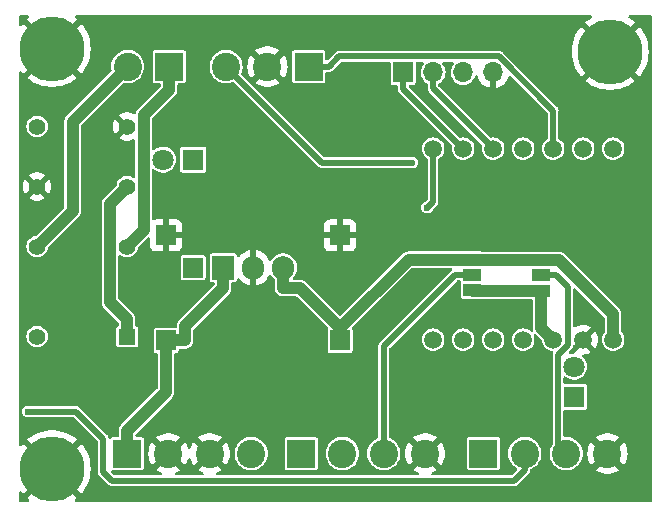
<source format=gbl>
G04 #@! TF.GenerationSoftware,KiCad,Pcbnew,7.0.7*
G04 #@! TF.CreationDate,2023-10-16T19:16:16+02:00*
G04 #@! TF.ProjectId,WaterValve,57617465-7256-4616-9c76-652e6b696361,Rev 6.1*
G04 #@! TF.SameCoordinates,Original*
G04 #@! TF.FileFunction,Copper,L2,Bot*
G04 #@! TF.FilePolarity,Positive*
%FSLAX46Y46*%
G04 Gerber Fmt 4.6, Leading zero omitted, Abs format (unit mm)*
G04 Created by KiCad (PCBNEW 7.0.7) date 2023-10-16 19:16:16*
%MOMM*%
%LPD*%
G01*
G04 APERTURE LIST*
G04 #@! TA.AperFunction,ComponentPad*
%ADD10R,1.800000X1.800000*%
G04 #@! TD*
G04 #@! TA.AperFunction,ComponentPad*
%ADD11C,1.800000*%
G04 #@! TD*
G04 #@! TA.AperFunction,ComponentPad*
%ADD12R,1.700000X1.700000*%
G04 #@! TD*
G04 #@! TA.AperFunction,ComponentPad*
%ADD13R,2.400000X2.400000*%
G04 #@! TD*
G04 #@! TA.AperFunction,ComponentPad*
%ADD14C,2.400000*%
G04 #@! TD*
G04 #@! TA.AperFunction,ComponentPad*
%ADD15R,1.905000X2.000000*%
G04 #@! TD*
G04 #@! TA.AperFunction,ComponentPad*
%ADD16O,1.905000X2.000000*%
G04 #@! TD*
G04 #@! TA.AperFunction,ComponentPad*
%ADD17R,1.400000X1.400000*%
G04 #@! TD*
G04 #@! TA.AperFunction,ComponentPad*
%ADD18C,1.400000*%
G04 #@! TD*
G04 #@! TA.AperFunction,ComponentPad*
%ADD19C,1.500000*%
G04 #@! TD*
G04 #@! TA.AperFunction,ComponentPad*
%ADD20C,5.500000*%
G04 #@! TD*
G04 #@! TA.AperFunction,ComponentPad*
%ADD21O,1.700000X1.700000*%
G04 #@! TD*
G04 #@! TA.AperFunction,SMDPad,CuDef*
%ADD22R,1.500000X1.000000*%
G04 #@! TD*
G04 #@! TA.AperFunction,ViaPad*
%ADD23C,0.600000*%
G04 #@! TD*
G04 #@! TA.AperFunction,Conductor*
%ADD24C,1.000000*%
G04 #@! TD*
G04 #@! TA.AperFunction,Conductor*
%ADD25C,0.500000*%
G04 #@! TD*
G04 APERTURE END LIST*
D10*
X151643000Y-94361000D03*
D11*
X149103000Y-94361000D03*
D12*
X164084000Y-109672000D03*
X151638000Y-103505000D03*
X149352000Y-100782000D03*
D13*
X176220000Y-119253000D03*
D14*
X179720000Y-119253000D03*
X183220000Y-119253000D03*
X186720000Y-119253000D03*
D15*
X154178000Y-103505000D03*
D16*
X156718000Y-103505000D03*
X159258000Y-103505000D03*
D17*
X146050000Y-109347000D03*
D18*
X146050000Y-101727000D03*
X146050000Y-96647000D03*
X146050000Y-91567000D03*
X138430000Y-91567000D03*
X138430000Y-96647000D03*
X138430000Y-101727000D03*
X138430000Y-109347000D03*
D13*
X149606000Y-86487000D03*
D14*
X146106000Y-86487000D03*
D19*
X187198000Y-93439700D03*
X184658000Y-93439700D03*
X182118000Y-93439700D03*
X179578000Y-93439700D03*
X177038000Y-93439700D03*
X174498000Y-93439700D03*
X171958000Y-93439700D03*
X171958000Y-109604700D03*
X174498000Y-109604700D03*
X177038000Y-109604700D03*
X179578000Y-109604700D03*
X182118000Y-109604700D03*
X184658000Y-109604700D03*
X187198000Y-109604700D03*
D12*
X164084000Y-100782000D03*
D20*
X139700000Y-84963000D03*
D13*
X146050000Y-119253000D03*
D14*
X149550000Y-119253000D03*
X153050000Y-119253000D03*
X156550000Y-119253000D03*
D20*
X139700000Y-120523000D03*
D12*
X149352000Y-109672000D03*
X169418000Y-86979000D03*
D21*
X171958000Y-86979000D03*
X174498000Y-86979000D03*
X177038000Y-86979000D03*
D10*
X183896000Y-114432000D03*
D11*
X183896000Y-111892000D03*
D20*
X186944000Y-85217000D03*
D13*
X160782000Y-119253000D03*
D14*
X164282000Y-119253000D03*
X167782000Y-119253000D03*
X171282000Y-119253000D03*
D13*
X161432000Y-86487000D03*
D14*
X157932000Y-86487000D03*
X154432000Y-86487000D03*
D22*
X181102000Y-105476000D03*
X181102000Y-104176000D03*
X181102000Y-102876000D03*
X175260000Y-102840000D03*
X175260000Y-104140000D03*
X175260000Y-105440000D03*
D23*
X170180000Y-94615000D03*
X171450000Y-98425000D03*
X137668000Y-115697000D03*
D24*
X182602000Y-102876000D02*
X187198000Y-107472000D01*
X181102000Y-102876000D02*
X182602000Y-102876000D01*
X181102000Y-102876000D02*
X175296000Y-102876000D01*
X169873500Y-102840000D02*
X175260000Y-102840000D01*
X159258000Y-103505000D02*
X159258000Y-105255000D01*
X164084000Y-108629500D02*
X160709500Y-105255000D01*
X175296000Y-102876000D02*
X175260000Y-102840000D01*
X160709500Y-105255000D02*
X159258000Y-105255000D01*
X164084000Y-108629500D02*
X164084000Y-109672000D01*
X187198000Y-107472000D02*
X187198000Y-109604700D01*
X164084000Y-108629500D02*
X169873500Y-102840000D01*
X146050000Y-109347000D02*
X146050000Y-107897000D01*
X146050000Y-107897000D02*
X144606800Y-106453800D01*
X144606800Y-98090200D02*
X146050000Y-96647000D01*
X144606800Y-106453800D02*
X144606800Y-98090200D01*
X181102000Y-105476000D02*
X175296000Y-105476000D01*
X175296000Y-105476000D02*
X175260000Y-105440000D01*
X181102000Y-105476000D02*
X181102000Y-108588700D01*
X181102000Y-108588700D02*
X182118000Y-109604700D01*
D25*
X171958000Y-86979000D02*
X171958000Y-88329000D01*
X177038000Y-93409000D02*
X177038000Y-93439700D01*
X171958000Y-88329000D02*
X177038000Y-93409000D01*
D24*
X146050000Y-119253000D02*
X146050000Y-117303000D01*
X154178000Y-105255000D02*
X150952000Y-108481000D01*
X149352000Y-109672000D02*
X150952000Y-109672000D01*
X150952000Y-108481000D02*
X150952000Y-109672000D01*
X146050000Y-117303000D02*
X149352000Y-114001000D01*
X149352000Y-114001000D02*
X149352000Y-109672000D01*
X154178000Y-103505000D02*
X154178000Y-105255000D01*
D25*
X174498000Y-93439700D02*
X169418000Y-88359700D01*
X169418000Y-88359700D02*
X169418000Y-86979000D01*
X161432000Y-86487000D02*
X163132000Y-86487000D01*
X163132000Y-86487000D02*
X163990000Y-85629000D01*
X177531000Y-85629000D02*
X182118000Y-90216000D01*
X163990000Y-85629000D02*
X177531000Y-85629000D01*
X182118000Y-90216000D02*
X182118000Y-93439700D01*
X154432000Y-86487000D02*
X162584900Y-94639900D01*
X162609800Y-94615000D02*
X170180000Y-94615000D01*
X162584900Y-94639900D02*
X162609800Y-94615000D01*
X171450000Y-98425000D02*
X171958000Y-97917000D01*
X171958000Y-97917000D02*
X171958000Y-93439700D01*
X178816000Y-121539000D02*
X144780000Y-121539000D01*
X144018000Y-117983000D02*
X141732000Y-115697000D01*
X144018000Y-120777000D02*
X144018000Y-117983000D01*
X144780000Y-121539000D02*
X144018000Y-120777000D01*
X179720000Y-120635000D02*
X178816000Y-121539000D01*
X141732000Y-115697000D02*
X137668000Y-115697000D01*
X179720000Y-119253000D02*
X179720000Y-120635000D01*
D24*
X146106000Y-86487000D02*
X141428800Y-91164200D01*
X141428800Y-98728200D02*
X138430000Y-101727000D01*
X141428800Y-91164200D02*
X141428800Y-98728200D01*
X147450300Y-100326700D02*
X146050000Y-101727000D01*
X149606000Y-86487000D02*
X149606000Y-88437000D01*
X149606000Y-88437000D02*
X147450300Y-90592700D01*
X147450300Y-90592700D02*
X147450300Y-100326700D01*
D25*
X181102000Y-104176000D02*
X182352000Y-104176000D01*
X182545800Y-110913000D02*
X182545800Y-118578800D01*
X182545800Y-118578800D02*
X183220000Y-119253000D01*
X182352000Y-104176000D02*
X183367600Y-105191600D01*
X183367600Y-110091200D02*
X182545800Y-110913000D01*
X183367600Y-105191600D02*
X183367600Y-110091200D01*
X173792000Y-104140000D02*
X175260000Y-104140000D01*
X167782000Y-110150000D02*
X173792000Y-104140000D01*
X167782000Y-119253000D02*
X167782000Y-110150000D01*
G04 #@! TA.AperFunction,Conductor*
G36*
X138438427Y-121533531D02*
G01*
X138489381Y-121569179D01*
X138565130Y-121657870D01*
X138628855Y-121712296D01*
X138653816Y-121733615D01*
X138692009Y-121792122D01*
X138692507Y-121861990D01*
X138660965Y-121915586D01*
X137582625Y-122993926D01*
X137582625Y-122993928D01*
X137592900Y-123003660D01*
X137732504Y-123109785D01*
X137773961Y-123166026D01*
X137778430Y-123235753D01*
X137744493Y-123296827D01*
X137682924Y-123329858D01*
X137657462Y-123332500D01*
X137014500Y-123332500D01*
X136947461Y-123312815D01*
X136901706Y-123260011D01*
X136890500Y-123208500D01*
X136890500Y-122573110D01*
X136910185Y-122506071D01*
X136962989Y-122460316D01*
X137032147Y-122450372D01*
X137095703Y-122479397D01*
X137109009Y-122492835D01*
X137231914Y-122637532D01*
X138307413Y-121562032D01*
X138368736Y-121528547D01*
X138438427Y-121533531D01*
G37*
G04 #@! TD.AperFunction*
G04 #@! TA.AperFunction,Conductor*
G36*
X152499604Y-119552354D02*
G01*
X152554645Y-119593049D01*
X152607019Y-119661304D01*
X152622075Y-119680925D01*
X152709948Y-119748353D01*
X152751150Y-119804781D01*
X152755305Y-119874527D01*
X152722142Y-119934409D01*
X152036813Y-120619737D01*
X152197623Y-120729375D01*
X152197624Y-120729376D01*
X152427176Y-120839921D01*
X152427174Y-120839921D01*
X152446911Y-120846009D01*
X152505170Y-120884580D01*
X152533328Y-120948524D01*
X152522444Y-121017541D01*
X152475975Y-121069718D01*
X152410361Y-121088500D01*
X150189639Y-121088500D01*
X150122600Y-121068815D01*
X150076845Y-121016011D01*
X150066901Y-120946853D01*
X150095926Y-120883297D01*
X150153089Y-120846009D01*
X150172824Y-120839921D01*
X150402381Y-120729373D01*
X150563185Y-120619737D01*
X149877856Y-119934409D01*
X149844371Y-119873086D01*
X149849355Y-119803395D01*
X149890049Y-119748353D01*
X149977925Y-119680925D01*
X150045354Y-119593048D01*
X150101779Y-119551848D01*
X150171525Y-119547693D01*
X150231409Y-119580856D01*
X150916545Y-120265993D01*
X150958545Y-120213327D01*
X151085941Y-119992671D01*
X151179026Y-119755494D01*
X151179032Y-119755475D01*
X151179108Y-119755145D01*
X151179167Y-119755038D01*
X151180400Y-119751044D01*
X151181254Y-119751307D01*
X151213214Y-119694165D01*
X151274874Y-119661304D01*
X151344511Y-119666996D01*
X151400017Y-119709433D01*
X151419090Y-119751201D01*
X151419600Y-119751044D01*
X151420809Y-119754965D01*
X151420892Y-119755145D01*
X151420967Y-119755475D01*
X151420973Y-119755494D01*
X151514058Y-119992671D01*
X151514057Y-119992671D01*
X151641457Y-120213332D01*
X151683452Y-120265993D01*
X152368590Y-119580855D01*
X152429913Y-119547370D01*
X152499604Y-119552354D01*
G37*
G04 #@! TD.AperFunction*
G04 #@! TA.AperFunction,Conductor*
G36*
X184180064Y-109831594D02*
G01*
X184235998Y-109873465D01*
X184241039Y-109880725D01*
X184267709Y-109922225D01*
X184276239Y-109935498D01*
X184391602Y-110035459D01*
X184389293Y-110038122D01*
X184424006Y-110078199D01*
X184433935Y-110147360D01*
X184404898Y-110210910D01*
X184398882Y-110217369D01*
X183968427Y-110647823D01*
X183969203Y-110656692D01*
X183955437Y-110725192D01*
X183906822Y-110775375D01*
X183845675Y-110791500D01*
X183794024Y-110791500D01*
X183593544Y-110828976D01*
X183593540Y-110828977D01*
X183587909Y-110830030D01*
X183587555Y-110828136D01*
X183526362Y-110827606D01*
X183467914Y-110789323D01*
X183439441Y-110725518D01*
X183449983Y-110656449D01*
X183474642Y-110621259D01*
X183665805Y-110430096D01*
X183670973Y-110425477D01*
X183701570Y-110401079D01*
X183735080Y-110351928D01*
X183770393Y-110304082D01*
X183770394Y-110304079D01*
X183774387Y-110296524D01*
X183778070Y-110288876D01*
X183778070Y-110288875D01*
X183778072Y-110288873D01*
X183795607Y-110232022D01*
X183815246Y-110175899D01*
X183815246Y-110175898D01*
X183816828Y-110167536D01*
X183818100Y-110159099D01*
X183818100Y-110142408D01*
X183837785Y-110075369D01*
X183854419Y-110054727D01*
X184049050Y-109860095D01*
X184110373Y-109826610D01*
X184180064Y-109831594D01*
G37*
G04 #@! TD.AperFunction*
G04 #@! TA.AperFunction,Conductor*
G36*
X185352109Y-82173185D02*
G01*
X185397864Y-82225989D01*
X185407808Y-82295147D01*
X185378783Y-82358703D01*
X185348998Y-82383751D01*
X185117464Y-82523058D01*
X185117460Y-82523061D01*
X184836906Y-82736334D01*
X184826625Y-82746071D01*
X184826625Y-82746073D01*
X185904966Y-83824413D01*
X185938451Y-83885736D01*
X185933467Y-83955428D01*
X185897817Y-84006384D01*
X185809130Y-84082130D01*
X185733384Y-84170817D01*
X185674877Y-84209010D01*
X185605009Y-84209508D01*
X185551413Y-84177966D01*
X184475914Y-83102466D01*
X184475913Y-83102466D01*
X184352896Y-83247296D01*
X184155124Y-83538988D01*
X183990052Y-83850347D01*
X183990043Y-83850365D01*
X183859602Y-84177749D01*
X183859600Y-84177756D01*
X183765325Y-84517306D01*
X183765319Y-84517332D01*
X183708308Y-84865082D01*
X183708306Y-84865099D01*
X183689227Y-85216997D01*
X183689227Y-85217002D01*
X183708306Y-85568900D01*
X183708308Y-85568917D01*
X183765319Y-85916667D01*
X183765325Y-85916693D01*
X183859600Y-86256243D01*
X183859602Y-86256250D01*
X183990043Y-86583634D01*
X183990052Y-86583652D01*
X184155124Y-86895011D01*
X184352896Y-87186702D01*
X184475914Y-87331532D01*
X185551413Y-86256032D01*
X185612736Y-86222547D01*
X185682427Y-86227531D01*
X185733381Y-86263179D01*
X185809130Y-86351870D01*
X185857310Y-86393019D01*
X185897816Y-86427615D01*
X185936009Y-86486122D01*
X185936507Y-86555990D01*
X185904965Y-86609586D01*
X184826625Y-87687926D01*
X184826625Y-87687928D01*
X184836900Y-87697660D01*
X185117460Y-87910938D01*
X185117464Y-87910941D01*
X185419445Y-88092635D01*
X185739273Y-88240603D01*
X186073256Y-88353136D01*
X186417437Y-88428896D01*
X186767788Y-88466999D01*
X186767795Y-88467000D01*
X187120205Y-88467000D01*
X187120211Y-88466999D01*
X187470562Y-88428896D01*
X187814743Y-88353136D01*
X188148726Y-88240603D01*
X188468554Y-88092635D01*
X188770535Y-87910941D01*
X188770539Y-87910938D01*
X189051093Y-87697665D01*
X189051105Y-87697654D01*
X189061373Y-87687927D01*
X189061373Y-87687926D01*
X187983033Y-86609586D01*
X187949548Y-86548263D01*
X187954532Y-86478571D01*
X187990180Y-86427617D01*
X188078870Y-86351870D01*
X188154617Y-86263180D01*
X188213121Y-86224990D01*
X188282989Y-86224490D01*
X188336586Y-86256033D01*
X189412084Y-87331532D01*
X189412085Y-87331531D01*
X189535102Y-87186704D01*
X189732875Y-86895011D01*
X189897947Y-86583652D01*
X189897956Y-86583634D01*
X190028397Y-86256250D01*
X190028399Y-86256243D01*
X190122674Y-85916693D01*
X190122680Y-85916667D01*
X190179691Y-85568917D01*
X190179693Y-85568900D01*
X190198773Y-85217002D01*
X190198773Y-85216997D01*
X190179693Y-84865099D01*
X190179691Y-84865082D01*
X190122680Y-84517332D01*
X190122674Y-84517306D01*
X190028399Y-84177756D01*
X190028397Y-84177749D01*
X189897956Y-83850365D01*
X189897947Y-83850347D01*
X189732875Y-83538988D01*
X189535099Y-83247291D01*
X189412085Y-83102467D01*
X189412084Y-83102466D01*
X188336586Y-84177965D01*
X188275263Y-84211450D01*
X188205571Y-84206466D01*
X188154615Y-84170816D01*
X188133296Y-84145855D01*
X188078870Y-84082130D01*
X187990179Y-84006381D01*
X187951989Y-83947878D01*
X187951489Y-83878010D01*
X187983032Y-83824413D01*
X189061374Y-82746072D01*
X189051099Y-82736340D01*
X189051087Y-82736330D01*
X188770539Y-82523061D01*
X188770535Y-82523058D01*
X188539002Y-82383751D01*
X188491707Y-82332321D01*
X188479724Y-82263487D01*
X188506859Y-82199101D01*
X188564495Y-82159607D01*
X188602930Y-82153500D01*
X190391500Y-82153500D01*
X190458539Y-82173185D01*
X190504294Y-82225989D01*
X190515500Y-82277500D01*
X190515500Y-123208500D01*
X190495815Y-123275539D01*
X190443011Y-123321294D01*
X190391500Y-123332500D01*
X141742538Y-123332500D01*
X141675499Y-123312815D01*
X141629744Y-123260011D01*
X141619800Y-123190853D01*
X141648825Y-123127297D01*
X141667496Y-123109785D01*
X141807093Y-123003665D01*
X141807105Y-123003654D01*
X141817373Y-122993927D01*
X141817373Y-122993926D01*
X140739033Y-121915586D01*
X140705548Y-121854263D01*
X140710532Y-121784571D01*
X140746180Y-121733617D01*
X140834870Y-121657870D01*
X140910617Y-121569180D01*
X140969121Y-121530990D01*
X141038989Y-121530490D01*
X141092586Y-121562033D01*
X142168084Y-122637532D01*
X142168085Y-122637531D01*
X142291102Y-122492704D01*
X142488875Y-122201011D01*
X142653947Y-121889652D01*
X142653956Y-121889634D01*
X142784397Y-121562250D01*
X142784399Y-121562243D01*
X142878674Y-121222693D01*
X142878680Y-121222667D01*
X142935691Y-120874917D01*
X142935693Y-120874900D01*
X142954773Y-120523002D01*
X142954773Y-120522997D01*
X142935693Y-120171099D01*
X142935691Y-120171082D01*
X142878680Y-119823332D01*
X142878674Y-119823306D01*
X142784399Y-119483756D01*
X142784397Y-119483749D01*
X142653956Y-119156365D01*
X142653947Y-119156347D01*
X142488875Y-118844988D01*
X142291099Y-118553291D01*
X142168085Y-118408467D01*
X142168084Y-118408466D01*
X141092586Y-119483965D01*
X141031263Y-119517450D01*
X140961571Y-119512466D01*
X140910615Y-119476816D01*
X140889296Y-119451855D01*
X140834870Y-119388130D01*
X140746179Y-119312381D01*
X140707989Y-119253878D01*
X140707489Y-119184010D01*
X140739032Y-119130413D01*
X141817374Y-118052072D01*
X141807099Y-118042340D01*
X141807087Y-118042330D01*
X141526539Y-117829061D01*
X141526535Y-117829058D01*
X141224554Y-117647364D01*
X140904726Y-117499396D01*
X140570743Y-117386863D01*
X140226562Y-117311103D01*
X139876211Y-117273000D01*
X139523788Y-117273000D01*
X139173437Y-117311103D01*
X138829256Y-117386863D01*
X138495273Y-117499396D01*
X138175445Y-117647364D01*
X137873464Y-117829058D01*
X137873460Y-117829061D01*
X137592906Y-118042334D01*
X137582625Y-118052071D01*
X137582625Y-118052073D01*
X138660966Y-119130413D01*
X138694451Y-119191736D01*
X138689467Y-119261428D01*
X138653817Y-119312384D01*
X138565130Y-119388130D01*
X138489384Y-119476817D01*
X138430877Y-119515010D01*
X138361009Y-119515508D01*
X138307413Y-119483966D01*
X137231914Y-118408466D01*
X137231913Y-118408466D01*
X137109009Y-118553164D01*
X137050606Y-118591516D01*
X136980740Y-118592205D01*
X136921592Y-118555012D01*
X136891942Y-118491745D01*
X136890500Y-118472889D01*
X136890500Y-115696999D01*
X137162353Y-115696999D01*
X137182834Y-115839456D01*
X137242622Y-115970371D01*
X137242623Y-115970373D01*
X137336872Y-116079143D01*
X137457947Y-116156953D01*
X137457950Y-116156954D01*
X137457949Y-116156954D01*
X137596036Y-116197499D01*
X137596038Y-116197500D01*
X137596039Y-116197500D01*
X137739962Y-116197500D01*
X137739962Y-116197499D01*
X137792797Y-116181985D01*
X137886563Y-116154455D01*
X137886995Y-116155926D01*
X137925727Y-116147500D01*
X141494034Y-116147500D01*
X141561073Y-116167185D01*
X141581715Y-116183819D01*
X143531181Y-118133284D01*
X143564666Y-118194607D01*
X143567500Y-118220965D01*
X143567500Y-120748217D01*
X143567110Y-120755155D01*
X143565724Y-120767454D01*
X143562729Y-120794034D01*
X143573788Y-120852479D01*
X143582652Y-120911290D01*
X143585162Y-120919427D01*
X143587978Y-120927475D01*
X143615777Y-120980072D01*
X143641576Y-121033644D01*
X143646362Y-121040665D01*
X143651431Y-121047532D01*
X143651434Y-121047538D01*
X143651438Y-121047542D01*
X143693495Y-121089599D01*
X143733947Y-121133196D01*
X143741210Y-121138988D01*
X143740689Y-121139641D01*
X143752930Y-121149034D01*
X144441090Y-121837193D01*
X144445726Y-121842380D01*
X144470121Y-121872970D01*
X144470121Y-121872971D01*
X144519271Y-121906480D01*
X144567118Y-121941793D01*
X144574654Y-121945776D01*
X144582319Y-121949467D01*
X144582327Y-121949472D01*
X144639176Y-121967006D01*
X144639177Y-121967007D01*
X144695297Y-121986645D01*
X144695299Y-121986645D01*
X144695301Y-121986646D01*
X144695302Y-121986646D01*
X144703698Y-121988234D01*
X144712095Y-121989500D01*
X144712098Y-121989500D01*
X144771559Y-121989500D01*
X144831009Y-121991725D01*
X144831009Y-121991724D01*
X144831010Y-121991725D01*
X144831010Y-121991724D01*
X144840242Y-121990685D01*
X144840335Y-121991513D01*
X144855639Y-121989500D01*
X178787217Y-121989500D01*
X178794155Y-121989889D01*
X178826050Y-121993483D01*
X178833034Y-121994270D01*
X178833034Y-121994269D01*
X178833035Y-121994270D01*
X178891479Y-121983211D01*
X178950287Y-121974348D01*
X178950290Y-121974346D01*
X178958447Y-121971830D01*
X178966469Y-121969023D01*
X178966472Y-121969023D01*
X179019072Y-121941222D01*
X179072642Y-121915425D01*
X179072642Y-121915424D01*
X179072644Y-121915424D01*
X179079695Y-121910616D01*
X179086538Y-121905566D01*
X179128599Y-121863504D01*
X179138559Y-121854263D01*
X179172194Y-121823055D01*
X179172196Y-121823050D01*
X179177987Y-121815790D01*
X179178643Y-121816313D01*
X179188032Y-121804070D01*
X180018205Y-120973896D01*
X180023373Y-120969277D01*
X180053970Y-120944879D01*
X180087480Y-120895728D01*
X180122793Y-120847882D01*
X180122794Y-120847879D01*
X180126787Y-120840324D01*
X180130470Y-120832676D01*
X180130470Y-120832675D01*
X180130472Y-120832673D01*
X180148007Y-120775822D01*
X180167646Y-120719699D01*
X180169232Y-120711311D01*
X180170500Y-120702904D01*
X180170500Y-120667607D01*
X180190185Y-120600568D01*
X180242989Y-120554813D01*
X180254221Y-120550331D01*
X180284503Y-120539936D01*
X180488626Y-120429470D01*
X180671784Y-120286913D01*
X180828979Y-120116153D01*
X180955924Y-119921849D01*
X181049157Y-119709300D01*
X181106134Y-119484305D01*
X181106162Y-119483966D01*
X181125300Y-119253006D01*
X181125300Y-119252993D01*
X181106135Y-119021702D01*
X181106133Y-119021691D01*
X181049157Y-118796699D01*
X180955924Y-118584151D01*
X180828983Y-118389852D01*
X180828980Y-118389849D01*
X180828979Y-118389847D01*
X180671784Y-118219087D01*
X180671779Y-118219083D01*
X180671777Y-118219081D01*
X180488634Y-118076535D01*
X180488628Y-118076531D01*
X180284504Y-117966064D01*
X180284495Y-117966061D01*
X180064984Y-117890702D01*
X179893281Y-117862050D01*
X179836049Y-117852500D01*
X179603951Y-117852500D01*
X179558164Y-117860140D01*
X179375015Y-117890702D01*
X179155504Y-117966061D01*
X179155495Y-117966064D01*
X178951371Y-118076531D01*
X178951365Y-118076535D01*
X178768222Y-118219081D01*
X178768219Y-118219084D01*
X178611016Y-118389852D01*
X178484075Y-118584151D01*
X178390842Y-118796699D01*
X178333866Y-119021691D01*
X178333864Y-119021702D01*
X178314700Y-119252993D01*
X178314700Y-119253006D01*
X178333864Y-119484297D01*
X178333866Y-119484308D01*
X178390842Y-119709300D01*
X178484075Y-119921848D01*
X178611016Y-120116147D01*
X178611019Y-120116151D01*
X178611021Y-120116153D01*
X178768216Y-120286913D01*
X178768219Y-120286915D01*
X178768222Y-120286918D01*
X178951365Y-120429464D01*
X178951375Y-120429471D01*
X178993566Y-120452303D01*
X179023819Y-120468675D01*
X179073410Y-120517894D01*
X179088518Y-120586111D01*
X179064348Y-120651666D01*
X179052484Y-120665411D01*
X178983730Y-120734166D01*
X178665714Y-121052182D01*
X178604394Y-121085666D01*
X178578035Y-121088500D01*
X171921639Y-121088500D01*
X171854600Y-121068815D01*
X171808845Y-121016011D01*
X171798901Y-120946853D01*
X171827926Y-120883297D01*
X171885089Y-120846009D01*
X171904824Y-120839921D01*
X172134381Y-120729373D01*
X172295185Y-120619737D01*
X172148200Y-120472752D01*
X174819500Y-120472752D01*
X174831131Y-120531229D01*
X174831132Y-120531230D01*
X174875447Y-120597552D01*
X174941769Y-120641867D01*
X174941770Y-120641868D01*
X175000247Y-120653499D01*
X175000250Y-120653500D01*
X175000252Y-120653500D01*
X177439750Y-120653500D01*
X177439751Y-120653499D01*
X177454568Y-120650552D01*
X177498229Y-120641868D01*
X177498229Y-120641867D01*
X177498231Y-120641867D01*
X177564552Y-120597552D01*
X177608867Y-120531231D01*
X177608867Y-120531229D01*
X177608868Y-120531229D01*
X177620499Y-120472752D01*
X177620500Y-120472750D01*
X177620500Y-118033249D01*
X177620499Y-118033247D01*
X177608868Y-117974770D01*
X177608867Y-117974769D01*
X177564552Y-117908447D01*
X177498230Y-117864132D01*
X177498229Y-117864131D01*
X177439752Y-117852500D01*
X177439748Y-117852500D01*
X175000252Y-117852500D01*
X175000247Y-117852500D01*
X174941770Y-117864131D01*
X174941769Y-117864132D01*
X174875447Y-117908447D01*
X174831132Y-117974769D01*
X174831131Y-117974770D01*
X174819500Y-118033247D01*
X174819500Y-120472752D01*
X172148200Y-120472752D01*
X171609856Y-119934409D01*
X171576371Y-119873086D01*
X171581355Y-119803395D01*
X171622049Y-119748353D01*
X171709925Y-119680925D01*
X171777354Y-119593048D01*
X171833779Y-119551848D01*
X171903525Y-119547693D01*
X171963409Y-119580856D01*
X172648545Y-120265993D01*
X172690545Y-120213327D01*
X172817941Y-119992671D01*
X172911026Y-119755494D01*
X172911031Y-119755477D01*
X172967726Y-119507079D01*
X172986767Y-119253004D01*
X172986767Y-119252995D01*
X172967726Y-118998920D01*
X172911031Y-118750522D01*
X172911026Y-118750505D01*
X172817941Y-118513328D01*
X172817942Y-118513328D01*
X172690544Y-118292671D01*
X172648545Y-118240005D01*
X171963409Y-118925142D01*
X171902086Y-118958627D01*
X171832394Y-118953643D01*
X171777353Y-118912948D01*
X171709925Y-118825075D01*
X171672944Y-118796699D01*
X171622049Y-118757645D01*
X171580847Y-118701219D01*
X171576692Y-118631473D01*
X171609855Y-118571590D01*
X172295185Y-117886261D01*
X172134377Y-117776624D01*
X172134376Y-117776623D01*
X171904823Y-117666078D01*
X171904825Y-117666078D01*
X171661347Y-117590975D01*
X171661341Y-117590973D01*
X171409404Y-117553000D01*
X171154595Y-117553000D01*
X170902658Y-117590973D01*
X170902652Y-117590975D01*
X170659175Y-117666078D01*
X170429624Y-117776623D01*
X170429616Y-117776628D01*
X170268813Y-117886261D01*
X170954143Y-118571590D01*
X170987628Y-118632913D01*
X170982644Y-118702604D01*
X170941949Y-118757646D01*
X170854075Y-118825074D01*
X170854074Y-118825075D01*
X170786646Y-118912949D01*
X170730218Y-118954151D01*
X170660472Y-118958306D01*
X170600590Y-118925143D01*
X169915453Y-118240006D01*
X169873455Y-118292670D01*
X169746058Y-118513328D01*
X169652973Y-118750505D01*
X169652968Y-118750522D01*
X169596273Y-118998920D01*
X169577233Y-119252995D01*
X169577233Y-119253004D01*
X169596273Y-119507079D01*
X169652968Y-119755477D01*
X169652973Y-119755494D01*
X169746058Y-119992671D01*
X169746057Y-119992671D01*
X169873457Y-120213332D01*
X169915452Y-120265993D01*
X170600590Y-119580855D01*
X170661913Y-119547370D01*
X170731604Y-119552354D01*
X170786645Y-119593049D01*
X170839019Y-119661304D01*
X170854075Y-119680925D01*
X170941948Y-119748353D01*
X170983150Y-119804781D01*
X170987305Y-119874527D01*
X170954142Y-119934409D01*
X170268813Y-120619737D01*
X170429623Y-120729375D01*
X170429624Y-120729376D01*
X170659176Y-120839921D01*
X170659174Y-120839921D01*
X170678911Y-120846009D01*
X170737170Y-120884580D01*
X170765328Y-120948524D01*
X170754444Y-121017541D01*
X170707975Y-121069718D01*
X170642361Y-121088500D01*
X153689639Y-121088500D01*
X153622600Y-121068815D01*
X153576845Y-121016011D01*
X153566901Y-120946853D01*
X153595926Y-120883297D01*
X153653089Y-120846009D01*
X153672824Y-120839921D01*
X153902381Y-120729373D01*
X154063185Y-120619737D01*
X153377856Y-119934409D01*
X153344371Y-119873086D01*
X153349355Y-119803395D01*
X153390049Y-119748353D01*
X153477925Y-119680925D01*
X153545354Y-119593048D01*
X153601779Y-119551848D01*
X153671525Y-119547693D01*
X153731409Y-119580856D01*
X154416545Y-120265993D01*
X154458545Y-120213327D01*
X154585941Y-119992671D01*
X154679026Y-119755494D01*
X154679031Y-119755477D01*
X154735726Y-119507079D01*
X154754767Y-119253006D01*
X155144700Y-119253006D01*
X155163864Y-119484297D01*
X155163866Y-119484308D01*
X155220842Y-119709300D01*
X155314075Y-119921848D01*
X155441016Y-120116147D01*
X155441019Y-120116151D01*
X155441021Y-120116153D01*
X155598216Y-120286913D01*
X155598219Y-120286915D01*
X155598222Y-120286918D01*
X155781365Y-120429464D01*
X155781371Y-120429468D01*
X155781374Y-120429470D01*
X155861352Y-120472752D01*
X155954196Y-120522997D01*
X155985497Y-120539936D01*
X156098669Y-120578788D01*
X156205015Y-120615297D01*
X156205017Y-120615297D01*
X156205019Y-120615298D01*
X156433951Y-120653500D01*
X156433952Y-120653500D01*
X156666048Y-120653500D01*
X156666049Y-120653500D01*
X156894981Y-120615298D01*
X157114503Y-120539936D01*
X157238648Y-120472752D01*
X159381500Y-120472752D01*
X159393131Y-120531229D01*
X159393132Y-120531230D01*
X159437447Y-120597552D01*
X159503769Y-120641867D01*
X159503770Y-120641868D01*
X159562247Y-120653499D01*
X159562250Y-120653500D01*
X159562252Y-120653500D01*
X162001750Y-120653500D01*
X162001751Y-120653499D01*
X162016568Y-120650552D01*
X162060229Y-120641868D01*
X162060229Y-120641867D01*
X162060231Y-120641867D01*
X162126552Y-120597552D01*
X162170867Y-120531231D01*
X162170867Y-120531229D01*
X162170868Y-120531229D01*
X162182499Y-120472752D01*
X162182500Y-120472750D01*
X162182500Y-119253006D01*
X162876700Y-119253006D01*
X162895864Y-119484297D01*
X162895866Y-119484308D01*
X162952842Y-119709300D01*
X163046075Y-119921848D01*
X163173016Y-120116147D01*
X163173019Y-120116151D01*
X163173021Y-120116153D01*
X163330216Y-120286913D01*
X163330219Y-120286915D01*
X163330222Y-120286918D01*
X163513365Y-120429464D01*
X163513371Y-120429468D01*
X163513374Y-120429470D01*
X163593352Y-120472752D01*
X163686196Y-120522997D01*
X163717497Y-120539936D01*
X163830669Y-120578788D01*
X163937015Y-120615297D01*
X163937017Y-120615297D01*
X163937019Y-120615298D01*
X164165951Y-120653500D01*
X164165952Y-120653500D01*
X164398048Y-120653500D01*
X164398049Y-120653500D01*
X164626981Y-120615298D01*
X164846503Y-120539936D01*
X165050626Y-120429470D01*
X165233784Y-120286913D01*
X165390979Y-120116153D01*
X165517924Y-119921849D01*
X165611157Y-119709300D01*
X165668134Y-119484305D01*
X165668162Y-119483966D01*
X165687300Y-119253006D01*
X165687300Y-119252993D01*
X165668135Y-119021702D01*
X165668133Y-119021691D01*
X165611157Y-118796699D01*
X165517924Y-118584151D01*
X165390983Y-118389852D01*
X165390980Y-118389849D01*
X165390979Y-118389847D01*
X165233784Y-118219087D01*
X165233779Y-118219083D01*
X165233777Y-118219081D01*
X165050634Y-118076535D01*
X165050628Y-118076531D01*
X164846504Y-117966064D01*
X164846495Y-117966061D01*
X164626984Y-117890702D01*
X164455282Y-117862050D01*
X164398049Y-117852500D01*
X164165951Y-117852500D01*
X164120164Y-117860140D01*
X163937015Y-117890702D01*
X163717504Y-117966061D01*
X163717495Y-117966064D01*
X163513371Y-118076531D01*
X163513365Y-118076535D01*
X163330222Y-118219081D01*
X163330219Y-118219084D01*
X163173016Y-118389852D01*
X163046075Y-118584151D01*
X162952842Y-118796699D01*
X162895866Y-119021691D01*
X162895864Y-119021702D01*
X162876700Y-119252993D01*
X162876700Y-119253006D01*
X162182500Y-119253006D01*
X162182500Y-118033249D01*
X162182499Y-118033247D01*
X162170868Y-117974770D01*
X162170867Y-117974769D01*
X162126552Y-117908447D01*
X162060230Y-117864132D01*
X162060229Y-117864131D01*
X162001752Y-117852500D01*
X162001748Y-117852500D01*
X159562252Y-117852500D01*
X159562247Y-117852500D01*
X159503770Y-117864131D01*
X159503769Y-117864132D01*
X159437447Y-117908447D01*
X159393132Y-117974769D01*
X159393131Y-117974770D01*
X159381500Y-118033247D01*
X159381500Y-120472752D01*
X157238648Y-120472752D01*
X157318626Y-120429470D01*
X157501784Y-120286913D01*
X157658979Y-120116153D01*
X157785924Y-119921849D01*
X157879157Y-119709300D01*
X157936134Y-119484305D01*
X157936162Y-119483966D01*
X157955300Y-119253006D01*
X157955300Y-119252993D01*
X157936135Y-119021702D01*
X157936133Y-119021691D01*
X157879157Y-118796699D01*
X157785924Y-118584151D01*
X157658983Y-118389852D01*
X157658980Y-118389849D01*
X157658979Y-118389847D01*
X157501784Y-118219087D01*
X157501779Y-118219083D01*
X157501777Y-118219081D01*
X157318634Y-118076535D01*
X157318628Y-118076531D01*
X157114504Y-117966064D01*
X157114495Y-117966061D01*
X156894984Y-117890702D01*
X156723281Y-117862050D01*
X156666049Y-117852500D01*
X156433951Y-117852500D01*
X156388164Y-117860140D01*
X156205015Y-117890702D01*
X155985504Y-117966061D01*
X155985495Y-117966064D01*
X155781371Y-118076531D01*
X155781365Y-118076535D01*
X155598222Y-118219081D01*
X155598219Y-118219084D01*
X155441016Y-118389852D01*
X155314075Y-118584151D01*
X155220842Y-118796699D01*
X155163866Y-119021691D01*
X155163864Y-119021702D01*
X155144700Y-119252993D01*
X155144700Y-119253006D01*
X154754767Y-119253006D01*
X154754767Y-119253004D01*
X154754767Y-119252995D01*
X154735726Y-118998920D01*
X154679031Y-118750522D01*
X154679026Y-118750505D01*
X154585941Y-118513328D01*
X154585942Y-118513328D01*
X154458544Y-118292671D01*
X154416545Y-118240005D01*
X153731409Y-118925142D01*
X153670086Y-118958627D01*
X153600394Y-118953643D01*
X153545353Y-118912948D01*
X153477925Y-118825075D01*
X153440944Y-118796699D01*
X153390049Y-118757645D01*
X153348847Y-118701219D01*
X153344692Y-118631473D01*
X153377855Y-118571590D01*
X154063185Y-117886261D01*
X153902377Y-117776624D01*
X153902376Y-117776623D01*
X153672823Y-117666078D01*
X153672825Y-117666078D01*
X153429347Y-117590975D01*
X153429341Y-117590973D01*
X153177404Y-117553000D01*
X152922595Y-117553000D01*
X152670658Y-117590973D01*
X152670652Y-117590975D01*
X152427175Y-117666078D01*
X152197624Y-117776623D01*
X152197616Y-117776628D01*
X152036813Y-117886261D01*
X152722143Y-118571590D01*
X152755628Y-118632913D01*
X152750644Y-118702604D01*
X152709949Y-118757646D01*
X152622075Y-118825074D01*
X152622074Y-118825075D01*
X152554646Y-118912949D01*
X152498218Y-118954151D01*
X152428472Y-118958306D01*
X152368590Y-118925143D01*
X151683453Y-118240006D01*
X151641455Y-118292670D01*
X151514058Y-118513328D01*
X151420973Y-118750505D01*
X151420968Y-118750522D01*
X151420891Y-118750860D01*
X151420830Y-118750968D01*
X151419600Y-118754956D01*
X151418747Y-118754692D01*
X151386782Y-118811838D01*
X151325121Y-118844696D01*
X151255484Y-118839001D01*
X151199980Y-118796561D01*
X151180907Y-118754799D01*
X151180400Y-118754956D01*
X151179192Y-118751043D01*
X151179109Y-118750860D01*
X151179031Y-118750522D01*
X151179026Y-118750505D01*
X151085941Y-118513328D01*
X151085942Y-118513328D01*
X150958544Y-118292671D01*
X150916545Y-118240005D01*
X150231409Y-118925142D01*
X150170086Y-118958627D01*
X150100394Y-118953643D01*
X150045353Y-118912948D01*
X149977925Y-118825075D01*
X149940944Y-118796699D01*
X149890049Y-118757645D01*
X149848847Y-118701219D01*
X149844692Y-118631473D01*
X149877855Y-118571590D01*
X150563185Y-117886261D01*
X150402377Y-117776624D01*
X150402376Y-117776623D01*
X150172823Y-117666078D01*
X150172825Y-117666078D01*
X149929347Y-117590975D01*
X149929341Y-117590973D01*
X149677404Y-117553000D01*
X149422595Y-117553000D01*
X149170658Y-117590973D01*
X149170652Y-117590975D01*
X148927175Y-117666078D01*
X148697624Y-117776623D01*
X148697616Y-117776628D01*
X148536813Y-117886261D01*
X149222143Y-118571590D01*
X149255628Y-118632913D01*
X149250644Y-118702604D01*
X149209949Y-118757646D01*
X149122075Y-118825074D01*
X149122074Y-118825075D01*
X149054646Y-118912949D01*
X148998218Y-118954151D01*
X148928472Y-118958306D01*
X148868590Y-118925143D01*
X148183453Y-118240006D01*
X148141455Y-118292670D01*
X148014058Y-118513328D01*
X147920973Y-118750505D01*
X147920968Y-118750522D01*
X147864273Y-118998920D01*
X147845233Y-119252995D01*
X147845233Y-119253004D01*
X147864273Y-119507079D01*
X147920968Y-119755477D01*
X147920973Y-119755494D01*
X148014058Y-119992671D01*
X148014057Y-119992671D01*
X148141457Y-120213332D01*
X148183452Y-120265993D01*
X148868590Y-119580855D01*
X148929913Y-119547370D01*
X148999604Y-119552354D01*
X149054645Y-119593049D01*
X149107019Y-119661304D01*
X149122075Y-119680925D01*
X149209948Y-119748353D01*
X149251150Y-119804781D01*
X149255305Y-119874527D01*
X149222142Y-119934409D01*
X148536813Y-120619737D01*
X148697623Y-120729375D01*
X148697624Y-120729376D01*
X148927176Y-120839921D01*
X148927174Y-120839921D01*
X148946911Y-120846009D01*
X149005170Y-120884580D01*
X149033328Y-120948524D01*
X149022444Y-121017541D01*
X148975975Y-121069718D01*
X148910361Y-121088500D01*
X145017965Y-121088500D01*
X144950926Y-121068815D01*
X144930284Y-121052181D01*
X144743284Y-120865181D01*
X144709799Y-120803858D01*
X144714783Y-120734166D01*
X144756655Y-120678233D01*
X144822119Y-120653816D01*
X144830965Y-120653500D01*
X147269750Y-120653500D01*
X147269751Y-120653499D01*
X147284568Y-120650552D01*
X147328229Y-120641868D01*
X147328229Y-120641867D01*
X147328231Y-120641867D01*
X147394552Y-120597552D01*
X147438867Y-120531231D01*
X147438867Y-120531229D01*
X147438868Y-120531229D01*
X147450499Y-120472752D01*
X147450500Y-120472750D01*
X147450500Y-118033249D01*
X147450499Y-118033247D01*
X147438868Y-117974770D01*
X147438867Y-117974769D01*
X147394552Y-117908447D01*
X147328230Y-117864132D01*
X147328229Y-117864131D01*
X147269752Y-117852500D01*
X147269748Y-117852500D01*
X146874500Y-117852500D01*
X146807461Y-117832815D01*
X146761706Y-117780011D01*
X146750500Y-117728500D01*
X146750500Y-117644518D01*
X146770185Y-117577479D01*
X146786814Y-117556842D01*
X149831056Y-114512599D01*
X149833748Y-114510065D01*
X149880183Y-114468929D01*
X149915436Y-114417855D01*
X149917613Y-114414896D01*
X149955878Y-114366057D01*
X149960037Y-114356815D01*
X149971062Y-114337268D01*
X149976818Y-114328930D01*
X149998820Y-114270912D01*
X150000235Y-114267495D01*
X150025694Y-114210932D01*
X150027520Y-114200965D01*
X150033548Y-114179340D01*
X150037140Y-114169872D01*
X150044615Y-114108309D01*
X150045179Y-114104605D01*
X150049456Y-114081258D01*
X150056357Y-114043606D01*
X150052613Y-113981707D01*
X150052500Y-113977963D01*
X150052500Y-110846500D01*
X150072185Y-110779461D01*
X150124989Y-110733706D01*
X150176500Y-110722500D01*
X150221750Y-110722500D01*
X150221751Y-110722499D01*
X150236568Y-110719552D01*
X150280229Y-110710868D01*
X150280229Y-110710867D01*
X150280231Y-110710867D01*
X150346552Y-110666552D01*
X150390867Y-110600231D01*
X150390867Y-110600229D01*
X150390868Y-110600229D01*
X150402499Y-110541752D01*
X150402500Y-110541750D01*
X150402500Y-110496500D01*
X150422185Y-110429461D01*
X150474989Y-110383706D01*
X150526500Y-110372500D01*
X151037058Y-110372500D01*
X151046590Y-110370149D01*
X151074875Y-110363177D01*
X151082206Y-110361834D01*
X151120872Y-110357140D01*
X151157277Y-110343333D01*
X151164427Y-110341106D01*
X151182697Y-110336603D01*
X151202225Y-110331790D01*
X151236707Y-110313691D01*
X151243507Y-110310630D01*
X151279930Y-110296818D01*
X151311981Y-110274693D01*
X151318379Y-110270825D01*
X151352852Y-110252734D01*
X151382002Y-110226908D01*
X151387871Y-110222310D01*
X151419929Y-110200183D01*
X151445748Y-110171037D01*
X151451037Y-110165748D01*
X151480183Y-110139929D01*
X151502310Y-110107871D01*
X151506908Y-110102002D01*
X151532734Y-110072852D01*
X151550825Y-110038379D01*
X151554693Y-110031981D01*
X151576818Y-109999930D01*
X151590630Y-109963507D01*
X151593691Y-109956707D01*
X151611790Y-109922225D01*
X151621106Y-109884427D01*
X151623335Y-109877271D01*
X151637140Y-109840872D01*
X151641834Y-109802206D01*
X151643177Y-109794875D01*
X151652500Y-109757056D01*
X151652500Y-109586944D01*
X151652500Y-108822517D01*
X151672185Y-108755479D01*
X151688814Y-108734842D01*
X154657056Y-105766599D01*
X154659748Y-105764065D01*
X154706183Y-105722929D01*
X154741421Y-105671876D01*
X154743613Y-105668896D01*
X154781878Y-105620057D01*
X154786034Y-105610821D01*
X154797062Y-105591266D01*
X154802818Y-105582930D01*
X154824812Y-105524931D01*
X154826227Y-105521515D01*
X154851695Y-105464931D01*
X154853522Y-105454959D01*
X154859546Y-105433347D01*
X154863140Y-105423872D01*
X154870613Y-105362324D01*
X154871177Y-105358619D01*
X154874578Y-105340056D01*
X154882358Y-105297606D01*
X154878613Y-105235696D01*
X154878500Y-105231951D01*
X154878500Y-104829500D01*
X154898185Y-104762461D01*
X154950989Y-104716706D01*
X155002500Y-104705500D01*
X155150250Y-104705500D01*
X155150251Y-104705499D01*
X155165068Y-104702552D01*
X155208729Y-104693868D01*
X155208729Y-104693867D01*
X155208731Y-104693867D01*
X155275052Y-104649552D01*
X155319367Y-104583231D01*
X155319367Y-104583229D01*
X155319368Y-104583229D01*
X155328052Y-104539568D01*
X155331000Y-104524748D01*
X155331000Y-104501691D01*
X155350685Y-104434652D01*
X155403489Y-104388897D01*
X155472647Y-104378953D01*
X155536203Y-104407978D01*
X155558809Y-104433871D01*
X155567842Y-104447698D01*
X155567851Y-104447710D01*
X155730873Y-104624797D01*
X155730883Y-104624806D01*
X155920831Y-104772649D01*
X155920840Y-104772655D01*
X156132531Y-104887215D01*
X156132545Y-104887221D01*
X156360207Y-104965379D01*
X156468000Y-104983366D01*
X156468000Y-104169652D01*
X156487685Y-104102613D01*
X156540489Y-104056858D01*
X156609647Y-104046914D01*
X156625447Y-104050248D01*
X156642404Y-104055000D01*
X156642406Y-104055000D01*
X156755622Y-104055000D01*
X156827116Y-104045173D01*
X156896210Y-104055545D01*
X156948729Y-104101627D01*
X156968000Y-104168018D01*
X156968000Y-104983365D01*
X157075792Y-104965379D01*
X157303454Y-104887221D01*
X157303468Y-104887215D01*
X157515159Y-104772655D01*
X157515168Y-104772649D01*
X157705116Y-104624806D01*
X157705126Y-104624797D01*
X157868148Y-104447710D01*
X157868156Y-104447699D01*
X157999811Y-104246187D01*
X158041162Y-104151915D01*
X158086118Y-104098429D01*
X158152854Y-104077738D01*
X158220182Y-104096412D01*
X158265719Y-104146451D01*
X158273499Y-104162075D01*
X158273501Y-104162079D01*
X158402273Y-104332601D01*
X158517038Y-104437222D01*
X158553320Y-104496933D01*
X158557500Y-104528859D01*
X158557500Y-105340058D01*
X158566816Y-105377855D01*
X158568166Y-105385223D01*
X158572859Y-105423869D01*
X158572861Y-105423876D01*
X158586665Y-105460276D01*
X158588894Y-105467429D01*
X158598209Y-105505221D01*
X158598210Y-105505226D01*
X158616299Y-105539693D01*
X158619374Y-105546524D01*
X158633182Y-105582931D01*
X158633183Y-105582933D01*
X158655300Y-105614974D01*
X158659177Y-105621387D01*
X158677263Y-105655848D01*
X158677265Y-105655851D01*
X158703075Y-105684986D01*
X158707695Y-105690882D01*
X158729814Y-105722925D01*
X158729821Y-105722933D01*
X158758955Y-105748743D01*
X158764250Y-105754037D01*
X158775394Y-105766616D01*
X158790073Y-105783185D01*
X158822111Y-105805299D01*
X158828005Y-105809916D01*
X158840685Y-105821150D01*
X158857145Y-105835732D01*
X158857151Y-105835736D01*
X158891614Y-105853823D01*
X158898018Y-105857694D01*
X158930070Y-105879818D01*
X158966484Y-105893627D01*
X158973283Y-105896687D01*
X159007775Y-105914790D01*
X159007777Y-105914790D01*
X159007778Y-105914791D01*
X159014914Y-105916549D01*
X159045590Y-105924110D01*
X159052712Y-105926329D01*
X159089128Y-105940140D01*
X159108572Y-105942500D01*
X159127773Y-105944832D01*
X159135140Y-105946181D01*
X159159369Y-105952153D01*
X159172943Y-105955500D01*
X159172944Y-105955500D01*
X159215628Y-105955500D01*
X160367981Y-105955500D01*
X160435020Y-105975185D01*
X160455662Y-105991819D01*
X163038254Y-108574411D01*
X163071739Y-108635734D01*
X163066755Y-108705426D01*
X163053677Y-108730980D01*
X163045133Y-108743767D01*
X163045131Y-108743770D01*
X163033500Y-108802247D01*
X163033500Y-110541752D01*
X163045131Y-110600229D01*
X163045132Y-110600230D01*
X163089447Y-110666552D01*
X163155769Y-110710867D01*
X163155770Y-110710868D01*
X163214247Y-110722499D01*
X163214250Y-110722500D01*
X163214252Y-110722500D01*
X164953750Y-110722500D01*
X164953751Y-110722499D01*
X164968568Y-110719552D01*
X165012229Y-110710868D01*
X165012229Y-110710867D01*
X165012231Y-110710867D01*
X165078552Y-110666552D01*
X165122867Y-110600231D01*
X165122867Y-110600229D01*
X165122868Y-110600229D01*
X165134499Y-110541752D01*
X165134500Y-110541750D01*
X165134500Y-108802249D01*
X165134499Y-108802247D01*
X165122868Y-108743770D01*
X165119589Y-108738864D01*
X165114324Y-108730984D01*
X165093445Y-108664309D01*
X165111928Y-108596928D01*
X165129740Y-108574415D01*
X170127337Y-103576819D01*
X170188661Y-103543334D01*
X170215019Y-103540500D01*
X173460550Y-103540500D01*
X173527589Y-103560185D01*
X173573344Y-103612989D01*
X173583288Y-103682147D01*
X173554263Y-103745703D01*
X173541742Y-103756853D01*
X173542141Y-103757283D01*
X173540989Y-103758351D01*
X173536422Y-103761590D01*
X173530401Y-103766954D01*
X173528314Y-103768376D01*
X173521461Y-103773435D01*
X173500437Y-103794458D01*
X173479413Y-103815483D01*
X173455770Y-103837420D01*
X173435803Y-103855947D01*
X173430013Y-103863208D01*
X173429362Y-103862688D01*
X173419967Y-103874928D01*
X167483804Y-109811092D01*
X167478617Y-109815727D01*
X167448033Y-109840117D01*
X167448029Y-109840121D01*
X167414519Y-109889271D01*
X167379206Y-109937118D01*
X167375216Y-109944667D01*
X167371528Y-109952326D01*
X167353992Y-110009177D01*
X167334353Y-110065301D01*
X167332771Y-110073659D01*
X167331500Y-110082100D01*
X167331500Y-110141573D01*
X167329275Y-110201009D01*
X167330316Y-110210243D01*
X167329485Y-110210336D01*
X167331500Y-110225635D01*
X167331500Y-117838392D01*
X167311815Y-117905431D01*
X167259011Y-117951186D01*
X167247764Y-117955673D01*
X167217501Y-117966062D01*
X167217495Y-117966064D01*
X167013371Y-118076531D01*
X167013365Y-118076535D01*
X166830222Y-118219081D01*
X166830219Y-118219084D01*
X166673016Y-118389852D01*
X166546075Y-118584151D01*
X166452842Y-118796699D01*
X166395866Y-119021691D01*
X166395864Y-119021702D01*
X166376700Y-119252993D01*
X166376700Y-119253006D01*
X166395864Y-119484297D01*
X166395866Y-119484308D01*
X166452842Y-119709300D01*
X166546075Y-119921848D01*
X166673016Y-120116147D01*
X166673019Y-120116151D01*
X166673021Y-120116153D01*
X166830216Y-120286913D01*
X166830219Y-120286915D01*
X166830222Y-120286918D01*
X167013365Y-120429464D01*
X167013371Y-120429468D01*
X167013374Y-120429470D01*
X167093352Y-120472752D01*
X167186196Y-120522997D01*
X167217497Y-120539936D01*
X167330669Y-120578788D01*
X167437015Y-120615297D01*
X167437017Y-120615297D01*
X167437019Y-120615298D01*
X167665951Y-120653500D01*
X167665952Y-120653500D01*
X167898048Y-120653500D01*
X167898049Y-120653500D01*
X168126981Y-120615298D01*
X168346503Y-120539936D01*
X168550626Y-120429470D01*
X168733784Y-120286913D01*
X168890979Y-120116153D01*
X169017924Y-119921849D01*
X169111157Y-119709300D01*
X169168134Y-119484305D01*
X169168162Y-119483966D01*
X169187300Y-119253006D01*
X169187300Y-119252993D01*
X169168135Y-119021702D01*
X169168133Y-119021691D01*
X169111157Y-118796699D01*
X169017924Y-118584151D01*
X168890983Y-118389852D01*
X168890980Y-118389849D01*
X168890979Y-118389847D01*
X168733784Y-118219087D01*
X168733779Y-118219083D01*
X168733777Y-118219081D01*
X168550634Y-118076535D01*
X168550628Y-118076531D01*
X168346504Y-117966064D01*
X168346495Y-117966061D01*
X168316236Y-117955673D01*
X168259221Y-117915288D01*
X168233090Y-117850488D01*
X168232500Y-117838412D01*
X168232500Y-110387964D01*
X168252185Y-110320925D01*
X168268814Y-110300288D01*
X168964403Y-109604699D01*
X171002901Y-109604699D01*
X171021252Y-109791031D01*
X171021253Y-109791033D01*
X171075604Y-109970202D01*
X171163862Y-110135323D01*
X171163864Y-110135326D01*
X171282642Y-110280057D01*
X171427373Y-110398835D01*
X171427376Y-110398837D01*
X171592497Y-110487095D01*
X171592499Y-110487096D01*
X171771666Y-110541446D01*
X171771668Y-110541447D01*
X171788374Y-110543092D01*
X171958000Y-110559799D01*
X172144331Y-110541447D01*
X172323501Y-110487096D01*
X172488625Y-110398836D01*
X172633357Y-110280057D01*
X172752136Y-110135325D01*
X172840396Y-109970201D01*
X172894747Y-109791031D01*
X172913099Y-109604700D01*
X172913099Y-109604699D01*
X173542901Y-109604699D01*
X173561252Y-109791031D01*
X173561253Y-109791033D01*
X173615604Y-109970202D01*
X173703862Y-110135323D01*
X173703864Y-110135326D01*
X173822642Y-110280057D01*
X173967373Y-110398835D01*
X173967376Y-110398837D01*
X174132497Y-110487095D01*
X174132499Y-110487096D01*
X174311666Y-110541446D01*
X174311668Y-110541447D01*
X174328374Y-110543092D01*
X174498000Y-110559799D01*
X174684331Y-110541447D01*
X174863501Y-110487096D01*
X175028625Y-110398836D01*
X175173357Y-110280057D01*
X175292136Y-110135325D01*
X175380396Y-109970201D01*
X175434747Y-109791031D01*
X175453099Y-109604700D01*
X175453099Y-109604699D01*
X176082901Y-109604699D01*
X176101252Y-109791031D01*
X176101253Y-109791033D01*
X176155604Y-109970202D01*
X176243862Y-110135323D01*
X176243864Y-110135326D01*
X176362642Y-110280057D01*
X176507373Y-110398835D01*
X176507376Y-110398837D01*
X176672497Y-110487095D01*
X176672499Y-110487096D01*
X176851666Y-110541446D01*
X176851668Y-110541447D01*
X176868374Y-110543092D01*
X177038000Y-110559799D01*
X177224331Y-110541447D01*
X177403501Y-110487096D01*
X177568625Y-110398836D01*
X177713357Y-110280057D01*
X177832136Y-110135325D01*
X177920396Y-109970201D01*
X177974747Y-109791031D01*
X177993099Y-109604700D01*
X177974747Y-109418369D01*
X177920396Y-109239199D01*
X177877390Y-109158740D01*
X177832137Y-109074076D01*
X177832135Y-109074073D01*
X177713357Y-108929342D01*
X177568626Y-108810564D01*
X177568623Y-108810562D01*
X177403502Y-108722304D01*
X177224333Y-108667953D01*
X177224331Y-108667952D01*
X177038000Y-108649601D01*
X176851668Y-108667952D01*
X176851666Y-108667953D01*
X176672497Y-108722304D01*
X176507376Y-108810562D01*
X176507373Y-108810564D01*
X176362642Y-108929342D01*
X176243864Y-109074073D01*
X176243862Y-109074076D01*
X176155604Y-109239197D01*
X176101253Y-109418366D01*
X176101252Y-109418368D01*
X176082901Y-109604699D01*
X175453099Y-109604699D01*
X175434747Y-109418369D01*
X175380396Y-109239199D01*
X175337390Y-109158740D01*
X175292137Y-109074076D01*
X175292135Y-109074073D01*
X175173357Y-108929342D01*
X175028626Y-108810564D01*
X175028623Y-108810562D01*
X174863502Y-108722304D01*
X174684333Y-108667953D01*
X174684331Y-108667952D01*
X174498000Y-108649601D01*
X174311668Y-108667952D01*
X174311666Y-108667953D01*
X174132497Y-108722304D01*
X173967376Y-108810562D01*
X173967373Y-108810564D01*
X173822642Y-108929342D01*
X173703864Y-109074073D01*
X173703862Y-109074076D01*
X173615604Y-109239197D01*
X173561253Y-109418366D01*
X173561252Y-109418368D01*
X173542901Y-109604699D01*
X172913099Y-109604699D01*
X172894747Y-109418369D01*
X172840396Y-109239199D01*
X172797390Y-109158740D01*
X172752137Y-109074076D01*
X172752135Y-109074073D01*
X172633357Y-108929342D01*
X172488626Y-108810564D01*
X172488623Y-108810562D01*
X172323502Y-108722304D01*
X172144333Y-108667953D01*
X172144331Y-108667952D01*
X171958000Y-108649601D01*
X171771668Y-108667952D01*
X171771666Y-108667953D01*
X171592497Y-108722304D01*
X171427376Y-108810562D01*
X171427373Y-108810564D01*
X171282642Y-108929342D01*
X171163864Y-109074073D01*
X171163862Y-109074076D01*
X171075604Y-109239197D01*
X171021253Y-109418366D01*
X171021252Y-109418368D01*
X171002901Y-109604699D01*
X168964403Y-109604699D01*
X173942283Y-104626819D01*
X174003607Y-104593334D01*
X174029965Y-104590500D01*
X174193961Y-104590500D01*
X174261000Y-104610185D01*
X174306755Y-104662989D01*
X174315578Y-104690308D01*
X174321132Y-104718229D01*
X174321132Y-104718231D01*
X174323058Y-104721113D01*
X174325322Y-104728344D01*
X174325806Y-104729513D01*
X174325701Y-104729556D01*
X174343933Y-104787791D01*
X174325446Y-104855171D01*
X174323058Y-104858887D01*
X174321132Y-104861768D01*
X174321131Y-104861770D01*
X174309500Y-104920247D01*
X174309500Y-105959752D01*
X174321131Y-106018229D01*
X174321132Y-106018230D01*
X174365447Y-106084552D01*
X174431769Y-106128867D01*
X174431770Y-106128868D01*
X174490247Y-106140499D01*
X174490250Y-106140500D01*
X174490252Y-106140500D01*
X175039020Y-106140500D01*
X175078435Y-106148962D01*
X175078903Y-106147462D01*
X175086064Y-106149692D01*
X175086069Y-106149695D01*
X175096034Y-106151521D01*
X175117656Y-106157548D01*
X175120777Y-106158731D01*
X175127128Y-106161140D01*
X175172251Y-106166618D01*
X175188674Y-106168613D01*
X175192371Y-106169175D01*
X175253394Y-106180358D01*
X175308752Y-106177009D01*
X175315303Y-106176613D01*
X175319048Y-106176500D01*
X180277500Y-106176500D01*
X180344539Y-106196185D01*
X180390294Y-106248989D01*
X180401500Y-106300500D01*
X180401500Y-108565651D01*
X180401387Y-108569396D01*
X180397888Y-108627247D01*
X180397642Y-108631306D01*
X180401706Y-108653485D01*
X180408821Y-108692312D01*
X180409384Y-108696013D01*
X180416859Y-108757570D01*
X180416860Y-108757574D01*
X180420396Y-108766898D01*
X180425760Y-108836562D01*
X180392609Y-108898066D01*
X180331468Y-108931884D01*
X180261751Y-108927279D01*
X180225787Y-108906716D01*
X180108626Y-108810564D01*
X180108623Y-108810562D01*
X179943502Y-108722304D01*
X179764333Y-108667953D01*
X179764331Y-108667952D01*
X179578000Y-108649601D01*
X179391668Y-108667952D01*
X179391666Y-108667953D01*
X179212497Y-108722304D01*
X179047376Y-108810562D01*
X179047373Y-108810564D01*
X178902642Y-108929342D01*
X178783864Y-109074073D01*
X178783862Y-109074076D01*
X178695604Y-109239197D01*
X178641253Y-109418366D01*
X178641252Y-109418368D01*
X178622901Y-109604699D01*
X178641252Y-109791031D01*
X178641253Y-109791033D01*
X178695604Y-109970202D01*
X178783862Y-110135323D01*
X178783864Y-110135326D01*
X178902642Y-110280057D01*
X179047373Y-110398835D01*
X179047376Y-110398837D01*
X179212497Y-110487095D01*
X179212499Y-110487096D01*
X179391666Y-110541446D01*
X179391668Y-110541447D01*
X179408374Y-110543092D01*
X179578000Y-110559799D01*
X179764331Y-110541447D01*
X179943501Y-110487096D01*
X180108625Y-110398836D01*
X180253357Y-110280057D01*
X180372136Y-110135325D01*
X180460396Y-109970201D01*
X180514747Y-109791031D01*
X180533099Y-109604700D01*
X180514747Y-109418369D01*
X180472836Y-109280211D01*
X180472213Y-109210345D01*
X180509461Y-109151232D01*
X180572754Y-109121641D01*
X180641999Y-109130966D01*
X180679178Y-109156535D01*
X181135411Y-109612768D01*
X181168896Y-109674091D01*
X181171133Y-109688293D01*
X181181253Y-109791032D01*
X181181253Y-109791033D01*
X181235604Y-109970202D01*
X181323862Y-110135323D01*
X181323864Y-110135326D01*
X181442642Y-110280057D01*
X181587373Y-110398835D01*
X181587376Y-110398837D01*
X181752497Y-110487095D01*
X181752499Y-110487096D01*
X181931666Y-110541446D01*
X181931668Y-110541447D01*
X181954889Y-110543734D01*
X182030291Y-110551160D01*
X182095077Y-110577321D01*
X182135436Y-110634355D01*
X182138553Y-110704155D01*
X182136627Y-110711112D01*
X182117792Y-110772176D01*
X182098153Y-110828301D01*
X182096571Y-110836659D01*
X182095300Y-110845100D01*
X182095300Y-110904573D01*
X182093075Y-110964009D01*
X182094116Y-110973243D01*
X182093285Y-110973336D01*
X182095300Y-110988635D01*
X182095300Y-118376992D01*
X182075615Y-118444031D01*
X182075109Y-118444813D01*
X181984075Y-118584151D01*
X181890842Y-118796699D01*
X181833866Y-119021691D01*
X181833864Y-119021702D01*
X181814700Y-119252993D01*
X181814700Y-119253006D01*
X181833864Y-119484297D01*
X181833866Y-119484308D01*
X181890842Y-119709300D01*
X181984075Y-119921848D01*
X182111016Y-120116147D01*
X182111019Y-120116151D01*
X182111021Y-120116153D01*
X182268216Y-120286913D01*
X182268219Y-120286915D01*
X182268222Y-120286918D01*
X182451365Y-120429464D01*
X182451371Y-120429468D01*
X182451374Y-120429470D01*
X182531352Y-120472752D01*
X182624196Y-120522997D01*
X182655497Y-120539936D01*
X182768669Y-120578788D01*
X182875015Y-120615297D01*
X182875017Y-120615297D01*
X182875019Y-120615298D01*
X183103951Y-120653500D01*
X183103952Y-120653500D01*
X183336048Y-120653500D01*
X183336049Y-120653500D01*
X183564981Y-120615298D01*
X183784503Y-120539936D01*
X183988626Y-120429470D01*
X184171784Y-120286913D01*
X184328979Y-120116153D01*
X184455924Y-119921849D01*
X184549157Y-119709300D01*
X184606134Y-119484305D01*
X184606162Y-119483966D01*
X184625300Y-119253006D01*
X184625300Y-119253004D01*
X185015233Y-119253004D01*
X185034273Y-119507079D01*
X185090968Y-119755477D01*
X185090973Y-119755494D01*
X185184058Y-119992671D01*
X185184057Y-119992671D01*
X185311457Y-120213332D01*
X185353452Y-120265993D01*
X186038590Y-119580855D01*
X186099913Y-119547370D01*
X186169604Y-119552354D01*
X186224645Y-119593049D01*
X186277019Y-119661304D01*
X186292075Y-119680925D01*
X186379948Y-119748353D01*
X186421150Y-119804781D01*
X186425305Y-119874527D01*
X186392142Y-119934409D01*
X185706813Y-120619737D01*
X185867623Y-120729375D01*
X185867624Y-120729376D01*
X186097176Y-120839921D01*
X186097174Y-120839921D01*
X186340652Y-120915024D01*
X186340658Y-120915026D01*
X186592595Y-120952999D01*
X186592604Y-120953000D01*
X186847396Y-120953000D01*
X186847404Y-120952999D01*
X187099341Y-120915026D01*
X187099347Y-120915024D01*
X187342824Y-120839921D01*
X187572381Y-120729373D01*
X187733185Y-120619737D01*
X187047856Y-119934409D01*
X187014371Y-119873086D01*
X187019355Y-119803395D01*
X187060049Y-119748353D01*
X187147925Y-119680925D01*
X187215354Y-119593048D01*
X187271779Y-119551848D01*
X187341525Y-119547693D01*
X187401409Y-119580856D01*
X188086545Y-120265993D01*
X188128545Y-120213327D01*
X188255941Y-119992671D01*
X188349026Y-119755494D01*
X188349031Y-119755477D01*
X188405726Y-119507079D01*
X188424767Y-119253004D01*
X188424767Y-119252995D01*
X188405726Y-118998920D01*
X188349031Y-118750522D01*
X188349026Y-118750505D01*
X188255941Y-118513328D01*
X188255942Y-118513328D01*
X188128544Y-118292671D01*
X188086545Y-118240005D01*
X187401409Y-118925142D01*
X187340086Y-118958627D01*
X187270394Y-118953643D01*
X187215353Y-118912948D01*
X187147925Y-118825075D01*
X187110944Y-118796699D01*
X187060049Y-118757645D01*
X187018847Y-118701219D01*
X187014692Y-118631473D01*
X187047855Y-118571590D01*
X187733185Y-117886261D01*
X187572377Y-117776624D01*
X187572376Y-117776623D01*
X187342823Y-117666078D01*
X187342825Y-117666078D01*
X187099347Y-117590975D01*
X187099341Y-117590973D01*
X186847404Y-117553000D01*
X186592595Y-117553000D01*
X186340658Y-117590973D01*
X186340652Y-117590975D01*
X186097175Y-117666078D01*
X185867624Y-117776623D01*
X185867616Y-117776628D01*
X185706813Y-117886261D01*
X186392143Y-118571590D01*
X186425628Y-118632913D01*
X186420644Y-118702604D01*
X186379949Y-118757646D01*
X186292075Y-118825074D01*
X186292074Y-118825075D01*
X186224646Y-118912949D01*
X186168218Y-118954151D01*
X186098472Y-118958306D01*
X186038590Y-118925143D01*
X185353453Y-118240006D01*
X185311455Y-118292670D01*
X185184058Y-118513328D01*
X185090973Y-118750505D01*
X185090968Y-118750522D01*
X185034273Y-118998920D01*
X185015233Y-119252995D01*
X185015233Y-119253004D01*
X184625300Y-119253004D01*
X184625300Y-119252993D01*
X184606135Y-119021702D01*
X184606133Y-119021691D01*
X184549157Y-118796699D01*
X184455924Y-118584151D01*
X184328983Y-118389852D01*
X184328980Y-118389849D01*
X184328979Y-118389847D01*
X184171784Y-118219087D01*
X184171779Y-118219083D01*
X184171777Y-118219081D01*
X183988634Y-118076535D01*
X183988628Y-118076531D01*
X183784504Y-117966064D01*
X183784495Y-117966061D01*
X183564984Y-117890702D01*
X183393281Y-117862050D01*
X183336049Y-117852500D01*
X183120300Y-117852500D01*
X183053261Y-117832815D01*
X183007506Y-117780011D01*
X182996300Y-117728500D01*
X182996300Y-115656500D01*
X183015985Y-115589461D01*
X183068789Y-115543706D01*
X183120300Y-115532500D01*
X184815750Y-115532500D01*
X184815751Y-115532499D01*
X184830568Y-115529552D01*
X184874229Y-115520868D01*
X184874229Y-115520867D01*
X184874231Y-115520867D01*
X184940552Y-115476552D01*
X184984867Y-115410231D01*
X184984867Y-115410229D01*
X184984868Y-115410229D01*
X184996499Y-115351752D01*
X184996500Y-115351750D01*
X184996500Y-113512249D01*
X184996499Y-113512247D01*
X184984868Y-113453770D01*
X184984867Y-113453769D01*
X184940552Y-113387447D01*
X184874230Y-113343132D01*
X184874229Y-113343131D01*
X184815752Y-113331500D01*
X184815748Y-113331500D01*
X183120300Y-113331500D01*
X183053261Y-113311815D01*
X183007506Y-113259011D01*
X182996300Y-113207500D01*
X182996300Y-112841806D01*
X183015985Y-112774767D01*
X183068789Y-112729012D01*
X183137947Y-112719068D01*
X183201503Y-112748093D01*
X183203838Y-112750169D01*
X183229958Y-112773980D01*
X183229960Y-112773982D01*
X183231228Y-112774767D01*
X183403363Y-112881348D01*
X183593544Y-112955024D01*
X183794024Y-112992500D01*
X183794026Y-112992500D01*
X183997974Y-112992500D01*
X183997976Y-112992500D01*
X184198456Y-112955024D01*
X184388637Y-112881348D01*
X184562041Y-112773981D01*
X184712764Y-112636579D01*
X184835673Y-112473821D01*
X184926582Y-112291250D01*
X184982397Y-112095083D01*
X185001215Y-111892000D01*
X184982397Y-111688917D01*
X184926582Y-111492750D01*
X184835673Y-111310179D01*
X184712764Y-111147421D01*
X184712762Y-111147418D01*
X184628754Y-111070835D01*
X184592472Y-111011124D01*
X184594233Y-110941276D01*
X184633476Y-110883469D01*
X184697743Y-110856054D01*
X184701485Y-110855670D01*
X184875883Y-110840412D01*
X184875894Y-110840410D01*
X185087150Y-110783805D01*
X185087159Y-110783801D01*
X185285387Y-110691366D01*
X185347572Y-110647824D01*
X184917116Y-110217369D01*
X184883631Y-110156046D01*
X184888615Y-110086355D01*
X184925640Y-110036893D01*
X184924398Y-110035459D01*
X184942368Y-110019888D01*
X185039761Y-109935498D01*
X185074954Y-109880737D01*
X185127755Y-109834983D01*
X185196914Y-109825039D01*
X185260470Y-109854063D01*
X185266949Y-109860096D01*
X185701124Y-110294272D01*
X185744666Y-110232087D01*
X185837101Y-110033859D01*
X185837105Y-110033850D01*
X185893710Y-109822594D01*
X185893712Y-109822584D01*
X185912775Y-109604700D01*
X185912775Y-109604699D01*
X185893712Y-109386815D01*
X185893710Y-109386805D01*
X185837105Y-109175549D01*
X185837101Y-109175540D01*
X185744668Y-108977315D01*
X185701123Y-108915127D01*
X185266949Y-109349302D01*
X185205626Y-109382787D01*
X185135934Y-109377803D01*
X185080001Y-109335931D01*
X185074953Y-109328661D01*
X185039761Y-109273902D01*
X184924398Y-109173941D01*
X184926708Y-109171274D01*
X184892005Y-109131228D01*
X184882058Y-109062070D01*
X184911080Y-108998513D01*
X184917116Y-108992030D01*
X185347572Y-108561574D01*
X185347571Y-108561573D01*
X185285391Y-108518035D01*
X185087159Y-108425598D01*
X185087150Y-108425594D01*
X184875894Y-108368989D01*
X184875884Y-108368987D01*
X184658001Y-108349925D01*
X184657999Y-108349925D01*
X184440115Y-108368987D01*
X184440105Y-108368989D01*
X184228849Y-108425594D01*
X184228840Y-108425598D01*
X184030612Y-108518033D01*
X184030610Y-108518034D01*
X184013222Y-108530210D01*
X183947016Y-108552537D01*
X183879249Y-108535525D01*
X183831437Y-108484577D01*
X183818100Y-108428634D01*
X183818100Y-105382118D01*
X183837785Y-105315079D01*
X183890589Y-105269324D01*
X183959747Y-105259380D01*
X184023303Y-105288405D01*
X184029767Y-105294424D01*
X185166095Y-106430751D01*
X186461181Y-107725837D01*
X186494666Y-107787160D01*
X186497500Y-107813518D01*
X186497499Y-108915611D01*
X186477814Y-108982651D01*
X186469353Y-108994275D01*
X186403864Y-109074074D01*
X186403862Y-109074076D01*
X186315604Y-109239197D01*
X186261253Y-109418366D01*
X186261252Y-109418368D01*
X186242901Y-109604699D01*
X186261252Y-109791031D01*
X186261253Y-109791033D01*
X186315604Y-109970202D01*
X186403862Y-110135323D01*
X186403864Y-110135326D01*
X186522642Y-110280057D01*
X186667373Y-110398835D01*
X186667376Y-110398837D01*
X186832497Y-110487095D01*
X186832499Y-110487096D01*
X187011666Y-110541446D01*
X187011668Y-110541447D01*
X187028374Y-110543092D01*
X187198000Y-110559799D01*
X187384331Y-110541447D01*
X187563501Y-110487096D01*
X187728625Y-110398836D01*
X187873357Y-110280057D01*
X187992136Y-110135325D01*
X188080396Y-109970201D01*
X188134747Y-109791031D01*
X188153099Y-109604700D01*
X188134747Y-109418369D01*
X188080396Y-109239199D01*
X188037390Y-109158740D01*
X187992137Y-109074076D01*
X187992135Y-109074073D01*
X187926647Y-108994276D01*
X187899334Y-108929966D01*
X187898500Y-108915611D01*
X187898500Y-107495047D01*
X187898613Y-107491302D01*
X187902358Y-107429394D01*
X187891175Y-107368371D01*
X187890613Y-107364674D01*
X187888618Y-107348251D01*
X187883140Y-107303128D01*
X187879548Y-107293656D01*
X187873521Y-107272034D01*
X187871695Y-107262071D01*
X187871695Y-107262069D01*
X187846224Y-107205476D01*
X187844817Y-107202079D01*
X187822818Y-107144070D01*
X187822816Y-107144068D01*
X187822816Y-107144066D01*
X187817062Y-107135731D01*
X187806034Y-107116177D01*
X187801881Y-107106949D01*
X187801878Y-107106945D01*
X187801878Y-107106944D01*
X187763626Y-107058120D01*
X187761416Y-107055115D01*
X187759011Y-107051631D01*
X187726183Y-107004071D01*
X187679742Y-106962928D01*
X187677048Y-106960392D01*
X183113598Y-102396941D01*
X183111064Y-102394250D01*
X183069929Y-102347817D01*
X183069928Y-102347816D01*
X183069924Y-102347812D01*
X183018896Y-102312591D01*
X183015887Y-102310377D01*
X182972759Y-102276589D01*
X182967060Y-102272124D01*
X182967055Y-102272120D01*
X182957813Y-102267961D01*
X182938266Y-102256936D01*
X182929931Y-102251183D01*
X182929932Y-102251183D01*
X182929930Y-102251182D01*
X182871941Y-102229189D01*
X182868490Y-102227759D01*
X182811930Y-102202304D01*
X182801946Y-102200474D01*
X182780343Y-102194451D01*
X182770874Y-102190860D01*
X182770870Y-102190859D01*
X182709313Y-102183384D01*
X182705612Y-102182821D01*
X182644608Y-102171642D01*
X182644603Y-102171642D01*
X182582697Y-102175387D01*
X182578952Y-102175500D01*
X176162314Y-102175500D01*
X176095275Y-102155815D01*
X176093423Y-102154602D01*
X176088230Y-102151132D01*
X176088229Y-102151131D01*
X176029752Y-102139500D01*
X176029748Y-102139500D01*
X175334927Y-102139500D01*
X175312576Y-102137469D01*
X175302607Y-102135642D01*
X175302603Y-102135642D01*
X175240697Y-102139387D01*
X175236952Y-102139500D01*
X169896536Y-102139500D01*
X169892792Y-102139387D01*
X169830897Y-102135643D01*
X169830890Y-102135643D01*
X169769902Y-102146819D01*
X169766201Y-102147382D01*
X169704625Y-102154860D01*
X169695142Y-102158456D01*
X169673538Y-102164478D01*
X169672035Y-102164754D01*
X169663565Y-102166306D01*
X169663563Y-102166307D01*
X169607027Y-102191752D01*
X169603569Y-102193184D01*
X169545569Y-102215182D01*
X169537224Y-102220942D01*
X169517683Y-102231964D01*
X169508444Y-102236122D01*
X169508439Y-102236125D01*
X169459621Y-102274370D01*
X169456606Y-102276589D01*
X169405572Y-102311816D01*
X169405565Y-102311822D01*
X169364442Y-102358240D01*
X169361875Y-102360966D01*
X164171680Y-107551161D01*
X164110357Y-107584646D01*
X164040665Y-107579662D01*
X163996318Y-107551161D01*
X162608800Y-106163643D01*
X161221098Y-104775941D01*
X161218564Y-104773250D01*
X161177429Y-104726817D01*
X161177428Y-104726816D01*
X161177424Y-104726812D01*
X161129695Y-104693868D01*
X161126392Y-104691588D01*
X161123387Y-104689377D01*
X161089704Y-104662989D01*
X161074560Y-104651124D01*
X161074555Y-104651120D01*
X161065313Y-104646961D01*
X161045766Y-104635936D01*
X161037431Y-104630183D01*
X161037432Y-104630183D01*
X161037430Y-104630182D01*
X160979441Y-104608189D01*
X160975990Y-104606759D01*
X160919430Y-104581304D01*
X160909446Y-104579474D01*
X160887843Y-104573451D01*
X160878374Y-104569860D01*
X160878370Y-104569859D01*
X160816813Y-104562384D01*
X160813112Y-104561821D01*
X160752108Y-104550642D01*
X160752103Y-104550642D01*
X160690197Y-104554387D01*
X160686452Y-104554500D01*
X160190395Y-104554500D01*
X160123356Y-104534815D01*
X160077601Y-104482011D01*
X160067657Y-104412853D01*
X160096682Y-104349297D01*
X160106858Y-104338862D01*
X160108024Y-104337798D01*
X160113728Y-104332599D01*
X160242500Y-104162077D01*
X160337747Y-103970796D01*
X160396224Y-103765271D01*
X160411000Y-103605811D01*
X160411000Y-103404189D01*
X160396224Y-103244729D01*
X160337747Y-103039204D01*
X160337742Y-103039193D01*
X160242503Y-102847928D01*
X160242498Y-102847920D01*
X160113726Y-102677398D01*
X159955815Y-102533444D01*
X159955813Y-102533442D01*
X159774141Y-102420956D01*
X159774135Y-102420953D01*
X159585334Y-102347812D01*
X159574885Y-102343764D01*
X159364841Y-102304500D01*
X159151159Y-102304500D01*
X158941115Y-102343764D01*
X158941112Y-102343764D01*
X158941112Y-102343765D01*
X158741864Y-102420953D01*
X158741858Y-102420956D01*
X158560186Y-102533442D01*
X158560184Y-102533444D01*
X158402273Y-102677398D01*
X158273501Y-102847920D01*
X158273498Y-102847925D01*
X158265718Y-102863550D01*
X158218213Y-102914785D01*
X158150550Y-102932205D01*
X158084210Y-102910277D01*
X158041163Y-102858084D01*
X157999814Y-102763817D01*
X157868156Y-102562300D01*
X157868148Y-102562289D01*
X157705126Y-102385202D01*
X157705116Y-102385193D01*
X157515168Y-102237350D01*
X157515159Y-102237344D01*
X157303468Y-102122784D01*
X157303454Y-102122778D01*
X157075791Y-102044619D01*
X156968000Y-102026633D01*
X156968000Y-102840347D01*
X156948315Y-102907386D01*
X156895511Y-102953141D01*
X156826353Y-102963085D01*
X156810547Y-102959749D01*
X156793598Y-102955000D01*
X156793596Y-102955000D01*
X156680378Y-102955000D01*
X156680376Y-102955000D01*
X156608884Y-102964826D01*
X156539789Y-102954453D01*
X156487270Y-102908371D01*
X156468000Y-102841981D01*
X156468000Y-102026633D01*
X156467999Y-102026633D01*
X156360208Y-102044619D01*
X156132545Y-102122778D01*
X156132531Y-102122784D01*
X155920840Y-102237344D01*
X155920831Y-102237350D01*
X155730883Y-102385193D01*
X155730873Y-102385202D01*
X155567851Y-102562289D01*
X155567847Y-102562295D01*
X155558808Y-102576131D01*
X155505661Y-102621487D01*
X155436429Y-102630910D01*
X155373094Y-102601407D01*
X155335763Y-102542346D01*
X155331000Y-102508308D01*
X155331000Y-102485249D01*
X155330999Y-102485247D01*
X155319368Y-102426770D01*
X155319367Y-102426769D01*
X155275052Y-102360447D01*
X155208730Y-102316132D01*
X155208729Y-102316131D01*
X155150252Y-102304500D01*
X155150248Y-102304500D01*
X153205752Y-102304500D01*
X153205747Y-102304500D01*
X153147270Y-102316131D01*
X153147269Y-102316132D01*
X153080947Y-102360447D01*
X153036632Y-102426769D01*
X153036631Y-102426770D01*
X153025000Y-102485247D01*
X153025000Y-104524752D01*
X153036631Y-104583229D01*
X153036632Y-104583230D01*
X153080947Y-104649552D01*
X153147269Y-104693867D01*
X153147270Y-104693868D01*
X153205747Y-104705499D01*
X153205750Y-104705500D01*
X153205752Y-104705500D01*
X153353500Y-104705500D01*
X153420539Y-104725185D01*
X153466294Y-104777989D01*
X153477500Y-104829500D01*
X153477500Y-104913480D01*
X153457815Y-104980519D01*
X153441181Y-105001161D01*
X150472966Y-107969375D01*
X150470240Y-107971942D01*
X150423818Y-108013068D01*
X150388586Y-108064109D01*
X150386368Y-108067124D01*
X150348124Y-108115939D01*
X150348119Y-108115948D01*
X150343960Y-108125188D01*
X150332942Y-108144723D01*
X150327187Y-108153061D01*
X150327183Y-108153067D01*
X150327182Y-108153070D01*
X150327180Y-108153074D01*
X150327179Y-108153077D01*
X150305189Y-108211055D01*
X150303757Y-108214513D01*
X150278305Y-108271068D01*
X150276477Y-108281042D01*
X150270453Y-108302653D01*
X150266860Y-108312127D01*
X150266859Y-108312128D01*
X150259384Y-108373685D01*
X150258821Y-108377386D01*
X150247642Y-108438390D01*
X150247642Y-108438394D01*
X150250513Y-108485857D01*
X150250765Y-108490011D01*
X150235165Y-108558117D01*
X150185220Y-108606978D01*
X150126991Y-108621500D01*
X148482247Y-108621500D01*
X148423770Y-108633131D01*
X148423769Y-108633132D01*
X148357447Y-108677447D01*
X148313132Y-108743769D01*
X148313131Y-108743770D01*
X148301500Y-108802247D01*
X148301500Y-110541752D01*
X148313131Y-110600229D01*
X148313132Y-110600230D01*
X148357447Y-110666552D01*
X148423769Y-110710867D01*
X148423770Y-110710868D01*
X148482247Y-110722499D01*
X148482250Y-110722500D01*
X148482252Y-110722500D01*
X148527500Y-110722500D01*
X148594539Y-110742185D01*
X148640294Y-110794989D01*
X148651500Y-110846500D01*
X148651500Y-113659480D01*
X148631815Y-113726519D01*
X148615181Y-113747161D01*
X145570966Y-116791375D01*
X145568240Y-116793942D01*
X145521818Y-116835068D01*
X145486586Y-116886109D01*
X145484368Y-116889124D01*
X145446124Y-116937939D01*
X145446119Y-116937948D01*
X145441960Y-116947188D01*
X145430942Y-116966723D01*
X145425187Y-116975061D01*
X145425183Y-116975067D01*
X145425182Y-116975070D01*
X145425180Y-116975074D01*
X145425179Y-116975077D01*
X145403189Y-117033055D01*
X145401757Y-117036513D01*
X145376305Y-117093068D01*
X145374477Y-117103042D01*
X145368453Y-117124653D01*
X145364860Y-117134127D01*
X145364859Y-117134128D01*
X145357384Y-117195685D01*
X145356821Y-117199386D01*
X145345642Y-117260390D01*
X145345642Y-117260395D01*
X145349387Y-117322302D01*
X145349500Y-117326047D01*
X145349500Y-117728500D01*
X145329815Y-117795539D01*
X145277011Y-117841294D01*
X145225500Y-117852500D01*
X144830247Y-117852500D01*
X144771770Y-117864131D01*
X144771769Y-117864132D01*
X144705448Y-117908446D01*
X144685067Y-117938950D01*
X144631454Y-117983754D01*
X144562129Y-117992461D01*
X144499102Y-117962306D01*
X144462383Y-117902863D01*
X144459350Y-117888537D01*
X144453919Y-117852500D01*
X144453348Y-117848713D01*
X144453347Y-117848711D01*
X144450836Y-117840571D01*
X144448024Y-117832533D01*
X144448023Y-117832528D01*
X144420226Y-117779936D01*
X144394425Y-117726358D01*
X144394422Y-117726355D01*
X144394421Y-117726352D01*
X144389642Y-117719342D01*
X144384568Y-117712469D01*
X144384565Y-117712462D01*
X144342516Y-117670413D01*
X144302055Y-117626806D01*
X144294792Y-117621014D01*
X144295312Y-117620361D01*
X144283067Y-117610964D01*
X142070908Y-115398805D01*
X142066271Y-115393617D01*
X142041878Y-115363029D01*
X141992728Y-115329519D01*
X141944882Y-115294207D01*
X141937297Y-115290198D01*
X141929677Y-115286529D01*
X141905161Y-115278967D01*
X141872822Y-115268992D01*
X141852154Y-115261760D01*
X141816695Y-115249352D01*
X141808326Y-115247768D01*
X141799904Y-115246500D01*
X141799902Y-115246500D01*
X141740426Y-115246500D01*
X141680990Y-115244275D01*
X141671756Y-115245316D01*
X141671662Y-115244486D01*
X141656364Y-115246500D01*
X137925727Y-115246500D01*
X137886995Y-115238073D01*
X137886563Y-115239545D01*
X137739963Y-115196500D01*
X137739961Y-115196500D01*
X137596039Y-115196500D01*
X137596036Y-115196500D01*
X137457949Y-115237045D01*
X137336873Y-115314856D01*
X137242623Y-115423626D01*
X137242622Y-115423628D01*
X137182834Y-115554543D01*
X137162353Y-115696999D01*
X136890500Y-115696999D01*
X136890500Y-109347000D01*
X137524540Y-109347000D01*
X137544326Y-109535256D01*
X137544327Y-109535259D01*
X137602818Y-109715277D01*
X137602821Y-109715284D01*
X137697467Y-109879216D01*
X137806159Y-109999930D01*
X137824129Y-110019888D01*
X137977265Y-110131148D01*
X137977270Y-110131151D01*
X138150192Y-110208142D01*
X138150197Y-110208144D01*
X138335354Y-110247500D01*
X138335355Y-110247500D01*
X138524644Y-110247500D01*
X138524646Y-110247500D01*
X138709803Y-110208144D01*
X138882730Y-110131151D01*
X139035871Y-110019888D01*
X139162533Y-109879216D01*
X139257179Y-109715284D01*
X139315674Y-109535256D01*
X139335460Y-109347000D01*
X139315674Y-109158744D01*
X139257179Y-108978716D01*
X139162533Y-108814784D01*
X139035871Y-108674112D01*
X139027394Y-108667953D01*
X138882734Y-108562851D01*
X138882729Y-108562848D01*
X138709807Y-108485857D01*
X138709802Y-108485855D01*
X138547454Y-108451348D01*
X138524646Y-108446500D01*
X138335354Y-108446500D01*
X138312546Y-108451348D01*
X138150197Y-108485855D01*
X138150192Y-108485857D01*
X137977270Y-108562848D01*
X137977265Y-108562851D01*
X137824129Y-108674111D01*
X137697466Y-108814785D01*
X137602821Y-108978715D01*
X137602818Y-108978722D01*
X137544327Y-109158740D01*
X137544326Y-109158744D01*
X137524540Y-109347000D01*
X136890500Y-109347000D01*
X136890500Y-106496405D01*
X143902442Y-106496405D01*
X143913621Y-106557412D01*
X143914184Y-106561113D01*
X143921659Y-106622670D01*
X143921660Y-106622674D01*
X143925251Y-106632143D01*
X143931274Y-106653746D01*
X143933104Y-106663730D01*
X143958559Y-106720290D01*
X143959989Y-106723741D01*
X143981982Y-106781730D01*
X143981983Y-106781731D01*
X143987736Y-106790066D01*
X143998761Y-106809613D01*
X144002920Y-106818855D01*
X144002924Y-106818860D01*
X144041171Y-106867678D01*
X144043391Y-106870696D01*
X144078612Y-106921724D01*
X144078616Y-106921728D01*
X144078617Y-106921729D01*
X144125050Y-106962864D01*
X144127741Y-106965398D01*
X144723081Y-107560738D01*
X145313181Y-108150838D01*
X145346666Y-108212161D01*
X145349500Y-108238519D01*
X145349500Y-108343081D01*
X145329815Y-108410120D01*
X145277011Y-108455875D01*
X145272957Y-108457640D01*
X145271771Y-108458131D01*
X145205447Y-108502447D01*
X145161132Y-108568769D01*
X145161131Y-108568770D01*
X145149500Y-108627247D01*
X145149500Y-110066752D01*
X145161131Y-110125229D01*
X145161132Y-110125230D01*
X145205447Y-110191552D01*
X145271769Y-110235867D01*
X145271770Y-110235868D01*
X145330247Y-110247499D01*
X145330250Y-110247500D01*
X145330252Y-110247500D01*
X146769750Y-110247500D01*
X146769751Y-110247499D01*
X146784568Y-110244552D01*
X146828229Y-110235868D01*
X146828229Y-110235867D01*
X146828231Y-110235867D01*
X146894552Y-110191552D01*
X146938867Y-110125231D01*
X146938867Y-110125229D01*
X146938868Y-110125229D01*
X146950499Y-110066752D01*
X146950500Y-110066750D01*
X146950500Y-108627249D01*
X146950499Y-108627247D01*
X146938868Y-108568770D01*
X146938867Y-108568769D01*
X146894552Y-108502447D01*
X146828228Y-108458131D01*
X146827043Y-108457640D01*
X146824857Y-108455878D01*
X146818077Y-108451348D01*
X146818482Y-108450741D01*
X146772641Y-108413797D01*
X146750579Y-108347502D01*
X146750500Y-108343081D01*
X146750500Y-107920047D01*
X146750613Y-107916302D01*
X146751026Y-107909468D01*
X146754358Y-107854394D01*
X146743175Y-107793370D01*
X146742613Y-107789673D01*
X146735140Y-107728127D01*
X146731548Y-107718656D01*
X146725522Y-107697042D01*
X146723695Y-107687068D01*
X146698234Y-107630496D01*
X146696806Y-107627049D01*
X146674818Y-107569071D01*
X146674818Y-107569070D01*
X146669063Y-107560733D01*
X146658036Y-107541182D01*
X146653879Y-107531946D01*
X146653878Y-107531943D01*
X146622038Y-107491302D01*
X146615630Y-107483122D01*
X146613410Y-107480106D01*
X146578182Y-107429070D01*
X146573148Y-107424610D01*
X146531750Y-107387935D01*
X146529056Y-107385399D01*
X145343619Y-106199962D01*
X145310134Y-106138639D01*
X145307300Y-106112281D01*
X145307300Y-104374752D01*
X150587500Y-104374752D01*
X150599131Y-104433229D01*
X150599132Y-104433230D01*
X150643447Y-104499552D01*
X150709769Y-104543867D01*
X150709770Y-104543868D01*
X150768247Y-104555499D01*
X150768250Y-104555500D01*
X150768252Y-104555500D01*
X152507750Y-104555500D01*
X152507751Y-104555499D01*
X152532171Y-104550642D01*
X152566229Y-104543868D01*
X152566229Y-104543867D01*
X152566231Y-104543867D01*
X152632552Y-104499552D01*
X152676867Y-104433231D01*
X152676867Y-104433229D01*
X152676868Y-104433229D01*
X152685686Y-104388897D01*
X152688500Y-104374748D01*
X152688500Y-102635252D01*
X152688500Y-102635249D01*
X152688499Y-102635247D01*
X152676868Y-102576770D01*
X152676867Y-102576769D01*
X152632552Y-102510447D01*
X152566230Y-102466132D01*
X152566229Y-102466131D01*
X152507752Y-102454500D01*
X152507748Y-102454500D01*
X150768252Y-102454500D01*
X150768247Y-102454500D01*
X150709770Y-102466131D01*
X150709769Y-102466132D01*
X150643447Y-102510447D01*
X150599132Y-102576769D01*
X150599131Y-102576770D01*
X150587500Y-102635247D01*
X150587500Y-104374752D01*
X145307300Y-104374752D01*
X145307300Y-102543839D01*
X145326985Y-102476800D01*
X145379789Y-102431045D01*
X145448947Y-102421101D01*
X145504183Y-102443520D01*
X145549990Y-102476800D01*
X145597270Y-102511151D01*
X145770192Y-102588142D01*
X145770197Y-102588144D01*
X145955354Y-102627500D01*
X145955355Y-102627500D01*
X146144644Y-102627500D01*
X146144646Y-102627500D01*
X146329803Y-102588144D01*
X146502730Y-102511151D01*
X146655871Y-102399888D01*
X146782533Y-102259216D01*
X146877179Y-102095284D01*
X146935674Y-101915256D01*
X146940864Y-101865869D01*
X146967447Y-101801258D01*
X146976494Y-101791161D01*
X147790320Y-100977335D01*
X147851641Y-100943852D01*
X147921333Y-100948836D01*
X147977266Y-100990708D01*
X148001683Y-101056172D01*
X148001999Y-101065018D01*
X148001999Y-101679827D01*
X148002000Y-101679844D01*
X148008401Y-101739372D01*
X148008403Y-101739379D01*
X148058645Y-101874086D01*
X148058649Y-101874093D01*
X148144809Y-101989187D01*
X148144812Y-101989190D01*
X148259906Y-102075350D01*
X148259913Y-102075354D01*
X148394620Y-102125596D01*
X148394627Y-102125598D01*
X148454155Y-102131999D01*
X148454172Y-102132000D01*
X149102000Y-102132000D01*
X149102000Y-101394301D01*
X149121685Y-101327262D01*
X149174489Y-101281507D01*
X149243647Y-101271563D01*
X149316237Y-101282000D01*
X149316238Y-101282000D01*
X149387762Y-101282000D01*
X149387763Y-101282000D01*
X149460353Y-101271563D01*
X149529512Y-101281507D01*
X149582315Y-101327262D01*
X149602000Y-101394301D01*
X149602000Y-102132000D01*
X150249828Y-102132000D01*
X150249844Y-102131999D01*
X150309372Y-102125598D01*
X150309379Y-102125596D01*
X150444086Y-102075354D01*
X150444093Y-102075350D01*
X150559187Y-101989190D01*
X150559190Y-101989187D01*
X150645350Y-101874093D01*
X150645354Y-101874086D01*
X150695596Y-101739379D01*
X150695598Y-101739372D01*
X150701999Y-101679844D01*
X162734000Y-101679844D01*
X162740401Y-101739372D01*
X162740403Y-101739379D01*
X162790645Y-101874086D01*
X162790649Y-101874093D01*
X162876809Y-101989187D01*
X162876812Y-101989190D01*
X162991906Y-102075350D01*
X162991913Y-102075354D01*
X163126620Y-102125596D01*
X163126627Y-102125598D01*
X163186155Y-102131999D01*
X163186172Y-102132000D01*
X163834000Y-102132000D01*
X163834000Y-101394301D01*
X163853685Y-101327262D01*
X163906489Y-101281507D01*
X163975647Y-101271563D01*
X164048237Y-101282000D01*
X164048238Y-101282000D01*
X164119762Y-101282000D01*
X164119763Y-101282000D01*
X164192353Y-101271563D01*
X164261512Y-101281507D01*
X164314315Y-101327262D01*
X164334000Y-101394301D01*
X164334000Y-102132000D01*
X164981828Y-102132000D01*
X164981844Y-102131999D01*
X165041372Y-102125598D01*
X165041379Y-102125596D01*
X165176086Y-102075354D01*
X165176093Y-102075350D01*
X165291187Y-101989190D01*
X165291190Y-101989187D01*
X165377350Y-101874093D01*
X165377354Y-101874086D01*
X165427596Y-101739379D01*
X165427598Y-101739372D01*
X165433999Y-101679844D01*
X165434000Y-101679827D01*
X165434000Y-101032000D01*
X164697347Y-101032000D01*
X164630308Y-101012315D01*
X164584553Y-100959511D01*
X164574609Y-100890353D01*
X164578369Y-100873067D01*
X164584000Y-100853888D01*
X164584000Y-100710111D01*
X164578369Y-100690933D01*
X164578370Y-100621064D01*
X164616145Y-100562286D01*
X164679701Y-100533262D01*
X164697347Y-100532000D01*
X165434000Y-100532000D01*
X165434000Y-99884172D01*
X165433999Y-99884155D01*
X165427598Y-99824627D01*
X165427596Y-99824620D01*
X165377354Y-99689913D01*
X165377350Y-99689906D01*
X165291190Y-99574812D01*
X165291187Y-99574809D01*
X165176093Y-99488649D01*
X165176086Y-99488645D01*
X165041379Y-99438403D01*
X165041372Y-99438401D01*
X164981844Y-99432000D01*
X164334000Y-99432000D01*
X164334000Y-100169698D01*
X164314315Y-100236737D01*
X164261511Y-100282492D01*
X164192355Y-100292436D01*
X164119766Y-100282000D01*
X164119763Y-100282000D01*
X164048237Y-100282000D01*
X164048233Y-100282000D01*
X163975645Y-100292436D01*
X163906487Y-100282492D01*
X163853684Y-100236736D01*
X163834000Y-100169698D01*
X163834000Y-99432000D01*
X163186155Y-99432000D01*
X163126627Y-99438401D01*
X163126620Y-99438403D01*
X162991913Y-99488645D01*
X162991906Y-99488649D01*
X162876812Y-99574809D01*
X162876809Y-99574812D01*
X162790649Y-99689906D01*
X162790645Y-99689913D01*
X162740403Y-99824620D01*
X162740401Y-99824627D01*
X162734000Y-99884155D01*
X162734000Y-100532000D01*
X163470653Y-100532000D01*
X163537692Y-100551685D01*
X163583447Y-100604489D01*
X163593391Y-100673647D01*
X163589631Y-100690933D01*
X163584000Y-100710111D01*
X163584000Y-100853888D01*
X163589631Y-100873067D01*
X163589630Y-100942936D01*
X163551855Y-101001714D01*
X163488299Y-101030738D01*
X163470653Y-101032000D01*
X162734000Y-101032000D01*
X162734000Y-101679844D01*
X150701999Y-101679844D01*
X150702000Y-101679827D01*
X150702000Y-101032000D01*
X149965347Y-101032000D01*
X149898308Y-101012315D01*
X149852553Y-100959511D01*
X149842609Y-100890353D01*
X149846369Y-100873067D01*
X149852000Y-100853888D01*
X149852000Y-100710111D01*
X149846369Y-100690933D01*
X149846370Y-100621064D01*
X149884145Y-100562286D01*
X149947701Y-100533262D01*
X149965347Y-100532000D01*
X150702000Y-100532000D01*
X150702000Y-99884172D01*
X150701999Y-99884155D01*
X150695598Y-99824627D01*
X150695596Y-99824620D01*
X150645354Y-99689913D01*
X150645350Y-99689906D01*
X150559190Y-99574812D01*
X150559187Y-99574809D01*
X150444093Y-99488649D01*
X150444086Y-99488645D01*
X150309379Y-99438403D01*
X150309372Y-99438401D01*
X150249844Y-99432000D01*
X149602000Y-99432000D01*
X149602000Y-100169698D01*
X149582315Y-100236737D01*
X149529511Y-100282492D01*
X149460355Y-100292436D01*
X149387766Y-100282000D01*
X149387763Y-100282000D01*
X149316237Y-100282000D01*
X149316233Y-100282000D01*
X149243645Y-100292436D01*
X149174487Y-100282492D01*
X149121684Y-100236736D01*
X149102000Y-100169698D01*
X149102000Y-99432000D01*
X148454155Y-99432000D01*
X148394627Y-99438401D01*
X148394620Y-99438403D01*
X148318133Y-99466931D01*
X148248441Y-99471915D01*
X148187118Y-99438430D01*
X148153634Y-99377106D01*
X148150800Y-99350749D01*
X148150800Y-98425000D01*
X170944353Y-98425000D01*
X170964834Y-98567456D01*
X171024622Y-98698371D01*
X171024623Y-98698373D01*
X171118872Y-98807143D01*
X171239947Y-98884953D01*
X171239950Y-98884954D01*
X171239949Y-98884954D01*
X171378036Y-98925499D01*
X171378038Y-98925500D01*
X171378039Y-98925500D01*
X171521962Y-98925500D01*
X171521962Y-98925499D01*
X171660053Y-98884953D01*
X171781128Y-98807143D01*
X171875377Y-98698373D01*
X171917903Y-98605252D01*
X171943010Y-98569092D01*
X172256210Y-98255892D01*
X172261378Y-98251273D01*
X172291970Y-98226879D01*
X172325476Y-98177734D01*
X172360792Y-98129883D01*
X172360793Y-98129880D01*
X172364786Y-98122325D01*
X172368467Y-98114680D01*
X172368472Y-98114673D01*
X172386008Y-98057820D01*
X172405646Y-98001700D01*
X172405646Y-98001694D01*
X172407228Y-97993336D01*
X172408500Y-97984899D01*
X172408500Y-97925426D01*
X172410724Y-97865990D01*
X172409684Y-97856756D01*
X172410513Y-97856662D01*
X172408500Y-97841364D01*
X172408500Y-94350986D01*
X172428185Y-94283947D01*
X172474049Y-94241627D01*
X172475225Y-94240997D01*
X172488625Y-94233836D01*
X172633357Y-94115057D01*
X172752136Y-93970325D01*
X172840396Y-93805201D01*
X172894747Y-93626031D01*
X172913099Y-93439700D01*
X172894747Y-93253369D01*
X172840396Y-93074199D01*
X172752136Y-92909075D01*
X172752135Y-92909073D01*
X172633357Y-92764342D01*
X172488626Y-92645564D01*
X172488623Y-92645562D01*
X172323502Y-92557304D01*
X172144333Y-92502953D01*
X172144331Y-92502952D01*
X171958000Y-92484601D01*
X171771668Y-92502952D01*
X171771666Y-92502953D01*
X171592497Y-92557304D01*
X171427376Y-92645562D01*
X171427373Y-92645564D01*
X171282642Y-92764342D01*
X171163864Y-92909073D01*
X171163862Y-92909076D01*
X171075604Y-93074197D01*
X171021253Y-93253366D01*
X171021252Y-93253368D01*
X171002901Y-93439700D01*
X171021252Y-93626031D01*
X171021253Y-93626033D01*
X171075604Y-93805202D01*
X171163862Y-93970323D01*
X171163864Y-93970326D01*
X171282642Y-94115057D01*
X171427373Y-94233835D01*
X171427374Y-94233835D01*
X171427375Y-94233836D01*
X171439773Y-94240462D01*
X171441951Y-94241627D01*
X171491796Y-94290588D01*
X171507500Y-94350986D01*
X171507500Y-97679034D01*
X171487815Y-97746073D01*
X171471181Y-97766715D01*
X171381234Y-97856662D01*
X171308905Y-97928991D01*
X171256163Y-97960285D01*
X171239949Y-97965046D01*
X171239945Y-97965048D01*
X171118873Y-98042856D01*
X171024623Y-98151626D01*
X171024622Y-98151628D01*
X170964834Y-98282543D01*
X170944353Y-98425000D01*
X148150800Y-98425000D01*
X148150800Y-95262946D01*
X148170485Y-95195907D01*
X148223289Y-95150152D01*
X148292447Y-95140208D01*
X148356003Y-95169233D01*
X148358338Y-95171309D01*
X148436958Y-95242980D01*
X148436960Y-95242982D01*
X148497955Y-95280748D01*
X148610363Y-95350348D01*
X148800544Y-95424024D01*
X149001024Y-95461500D01*
X149001026Y-95461500D01*
X149204974Y-95461500D01*
X149204976Y-95461500D01*
X149405456Y-95424024D01*
X149595637Y-95350348D01*
X149708039Y-95280752D01*
X150542500Y-95280752D01*
X150554131Y-95339229D01*
X150554132Y-95339230D01*
X150598447Y-95405552D01*
X150664769Y-95449867D01*
X150664770Y-95449868D01*
X150723247Y-95461499D01*
X150723250Y-95461500D01*
X150723252Y-95461500D01*
X152562750Y-95461500D01*
X152562751Y-95461499D01*
X152577568Y-95458552D01*
X152621229Y-95449868D01*
X152621229Y-95449867D01*
X152621231Y-95449867D01*
X152687552Y-95405552D01*
X152731867Y-95339231D01*
X152731867Y-95339229D01*
X152731868Y-95339229D01*
X152743499Y-95280752D01*
X152743500Y-95280750D01*
X152743500Y-93441249D01*
X152743499Y-93441247D01*
X152731868Y-93382770D01*
X152731867Y-93382769D01*
X152687552Y-93316447D01*
X152621230Y-93272132D01*
X152621229Y-93272131D01*
X152562752Y-93260500D01*
X152562748Y-93260500D01*
X150723252Y-93260500D01*
X150723247Y-93260500D01*
X150664770Y-93272131D01*
X150664769Y-93272132D01*
X150598447Y-93316447D01*
X150554132Y-93382769D01*
X150554131Y-93382770D01*
X150542500Y-93441247D01*
X150542500Y-95280752D01*
X149708039Y-95280752D01*
X149769041Y-95242981D01*
X149919764Y-95105579D01*
X150042673Y-94942821D01*
X150133582Y-94760250D01*
X150189397Y-94564083D01*
X150208215Y-94361000D01*
X150189397Y-94157917D01*
X150133582Y-93961750D01*
X150042673Y-93779179D01*
X149919764Y-93616421D01*
X149919762Y-93616418D01*
X149769041Y-93479019D01*
X149769039Y-93479017D01*
X149595642Y-93371655D01*
X149595635Y-93371651D01*
X149453135Y-93316447D01*
X149405456Y-93297976D01*
X149204976Y-93260500D01*
X149001024Y-93260500D01*
X148800544Y-93297976D01*
X148800541Y-93297976D01*
X148800541Y-93297977D01*
X148610364Y-93371651D01*
X148610357Y-93371655D01*
X148436962Y-93479016D01*
X148358338Y-93550691D01*
X148295533Y-93581307D01*
X148226146Y-93573109D01*
X148172206Y-93528699D01*
X148150839Y-93462177D01*
X148150800Y-93459053D01*
X148150800Y-90934218D01*
X148170485Y-90867179D01*
X148187114Y-90846542D01*
X150085056Y-88948599D01*
X150087748Y-88946065D01*
X150134183Y-88904929D01*
X150169436Y-88853855D01*
X150171613Y-88850896D01*
X150209878Y-88802057D01*
X150214037Y-88792815D01*
X150225062Y-88773268D01*
X150230818Y-88764930D01*
X150252820Y-88706912D01*
X150254235Y-88703495D01*
X150279694Y-88646932D01*
X150281520Y-88636965D01*
X150287548Y-88615340D01*
X150291140Y-88605872D01*
X150298615Y-88544309D01*
X150299179Y-88540605D01*
X150304755Y-88510175D01*
X150310357Y-88479606D01*
X150309594Y-88467000D01*
X150306613Y-88417707D01*
X150306500Y-88413963D01*
X150306500Y-88011500D01*
X150326185Y-87944461D01*
X150378989Y-87898706D01*
X150430500Y-87887500D01*
X150825750Y-87887500D01*
X150825751Y-87887499D01*
X150840568Y-87884552D01*
X150884229Y-87875868D01*
X150884229Y-87875867D01*
X150884231Y-87875867D01*
X150950552Y-87831552D01*
X150994867Y-87765231D01*
X150994867Y-87765229D01*
X150994868Y-87765229D01*
X151006499Y-87706752D01*
X151006500Y-87706750D01*
X151006500Y-86487006D01*
X153026700Y-86487006D01*
X153045864Y-86718297D01*
X153045866Y-86718308D01*
X153102842Y-86943300D01*
X153196075Y-87155848D01*
X153323016Y-87350147D01*
X153323019Y-87350151D01*
X153323021Y-87350153D01*
X153480216Y-87520913D01*
X153480219Y-87520915D01*
X153480222Y-87520918D01*
X153663365Y-87663464D01*
X153663371Y-87663468D01*
X153663374Y-87663470D01*
X153867497Y-87773936D01*
X153963407Y-87806862D01*
X154087015Y-87849297D01*
X154087017Y-87849297D01*
X154087019Y-87849298D01*
X154315951Y-87887500D01*
X154315952Y-87887500D01*
X154548048Y-87887500D01*
X154548049Y-87887500D01*
X154776981Y-87849298D01*
X154778572Y-87848752D01*
X154828673Y-87831552D01*
X154986814Y-87777261D01*
X155056612Y-87774112D01*
X155114758Y-87806862D01*
X162220574Y-94912677D01*
X162237885Y-94934384D01*
X162239572Y-94937069D01*
X162239575Y-94937072D01*
X162239577Y-94937075D01*
X162258092Y-94953008D01*
X162276519Y-94968867D01*
X162279920Y-94972023D01*
X162290221Y-94982324D01*
X162301955Y-94990984D01*
X162305579Y-94993874D01*
X162342512Y-95025658D01*
X162345417Y-95026925D01*
X162369469Y-95040812D01*
X162372018Y-95042693D01*
X162372019Y-95042693D01*
X162372022Y-95042695D01*
X162418000Y-95058782D01*
X162422300Y-95060468D01*
X162449772Y-95072455D01*
X162466981Y-95079964D01*
X162466983Y-95079965D01*
X162470133Y-95080320D01*
X162497207Y-95086498D01*
X162500201Y-95087546D01*
X162548922Y-95089369D01*
X162553497Y-95089712D01*
X162601935Y-95095170D01*
X162605037Y-95094582D01*
X162632741Y-95092506D01*
X162635910Y-95092625D01*
X162682993Y-95080008D01*
X162687485Y-95078982D01*
X162735372Y-95069923D01*
X162735372Y-95069922D01*
X162744504Y-95068195D01*
X162744775Y-95069629D01*
X162769080Y-95065500D01*
X169922273Y-95065500D01*
X169961004Y-95073926D01*
X169961437Y-95072455D01*
X170108036Y-95115499D01*
X170108038Y-95115500D01*
X170108039Y-95115500D01*
X170251962Y-95115500D01*
X170251962Y-95115499D01*
X170366448Y-95081884D01*
X170390050Y-95074954D01*
X170390050Y-95074953D01*
X170390053Y-95074953D01*
X170511128Y-94997143D01*
X170605377Y-94888373D01*
X170665165Y-94757457D01*
X170685647Y-94615000D01*
X170665165Y-94472543D01*
X170605377Y-94341627D01*
X170511128Y-94232857D01*
X170390053Y-94155047D01*
X170390051Y-94155046D01*
X170390049Y-94155045D01*
X170390050Y-94155045D01*
X170251963Y-94114500D01*
X170251961Y-94114500D01*
X170108039Y-94114500D01*
X170108036Y-94114500D01*
X169961437Y-94157545D01*
X169961004Y-94156073D01*
X169922273Y-94164500D01*
X162797965Y-94164500D01*
X162730926Y-94144815D01*
X162710284Y-94128181D01*
X155749182Y-87167079D01*
X155715697Y-87105756D01*
X155720681Y-87036064D01*
X155723307Y-87029587D01*
X155761157Y-86943300D01*
X155818134Y-86718305D01*
X155819874Y-86697310D01*
X155837300Y-86487006D01*
X155837300Y-86487004D01*
X156227233Y-86487004D01*
X156246273Y-86741079D01*
X156302968Y-86989477D01*
X156302973Y-86989494D01*
X156396058Y-87226671D01*
X156396057Y-87226671D01*
X156523457Y-87447332D01*
X156565452Y-87499993D01*
X157250590Y-86814855D01*
X157311913Y-86781370D01*
X157381604Y-86786354D01*
X157436645Y-86827049D01*
X157485235Y-86890372D01*
X157504075Y-86914925D01*
X157591948Y-86982353D01*
X157633150Y-87038781D01*
X157637305Y-87108527D01*
X157604142Y-87168409D01*
X156918813Y-87853737D01*
X157079623Y-87963375D01*
X157079624Y-87963376D01*
X157309176Y-88073921D01*
X157309174Y-88073921D01*
X157552652Y-88149024D01*
X157552658Y-88149026D01*
X157804595Y-88186999D01*
X157804604Y-88187000D01*
X158059396Y-88187000D01*
X158059404Y-88186999D01*
X158311341Y-88149026D01*
X158311347Y-88149024D01*
X158554824Y-88073921D01*
X158784381Y-87963373D01*
X158945185Y-87853737D01*
X158798200Y-87706752D01*
X160031500Y-87706752D01*
X160043131Y-87765229D01*
X160043132Y-87765230D01*
X160087447Y-87831552D01*
X160153769Y-87875867D01*
X160153770Y-87875868D01*
X160212247Y-87887499D01*
X160212250Y-87887500D01*
X160212252Y-87887500D01*
X162651750Y-87887500D01*
X162651751Y-87887499D01*
X162666568Y-87884552D01*
X162710229Y-87875868D01*
X162710229Y-87875867D01*
X162710231Y-87875867D01*
X162776552Y-87831552D01*
X162820867Y-87765231D01*
X162820867Y-87765229D01*
X162820868Y-87765229D01*
X162832499Y-87706752D01*
X162832500Y-87706750D01*
X162832500Y-87061500D01*
X162852185Y-86994461D01*
X162904989Y-86948706D01*
X162956500Y-86937500D01*
X163103217Y-86937500D01*
X163110155Y-86937889D01*
X163142050Y-86941483D01*
X163149034Y-86942270D01*
X163149034Y-86942269D01*
X163149035Y-86942270D01*
X163207479Y-86931211D01*
X163266287Y-86922348D01*
X163266290Y-86922346D01*
X163274447Y-86919830D01*
X163282469Y-86917023D01*
X163282472Y-86917023D01*
X163335072Y-86889222D01*
X163388642Y-86863425D01*
X163388642Y-86863424D01*
X163388644Y-86863424D01*
X163395695Y-86858616D01*
X163402538Y-86853566D01*
X163444599Y-86811504D01*
X163488194Y-86771055D01*
X163488196Y-86771050D01*
X163493987Y-86763790D01*
X163494643Y-86764313D01*
X163504032Y-86752070D01*
X164140284Y-86115818D01*
X164201607Y-86082334D01*
X164227965Y-86079500D01*
X168243500Y-86079500D01*
X168310539Y-86099185D01*
X168356294Y-86151989D01*
X168367500Y-86203500D01*
X168367499Y-87848750D01*
X168367500Y-87848752D01*
X168379131Y-87907229D01*
X168379132Y-87907230D01*
X168423447Y-87973552D01*
X168489769Y-88017867D01*
X168489770Y-88017868D01*
X168548247Y-88029499D01*
X168548250Y-88029500D01*
X168548252Y-88029500D01*
X168843500Y-88029500D01*
X168910539Y-88049185D01*
X168956294Y-88101989D01*
X168967500Y-88153500D01*
X168967500Y-88330917D01*
X168967110Y-88337855D01*
X168966189Y-88346034D01*
X168962729Y-88376734D01*
X168973788Y-88435179D01*
X168982652Y-88493990D01*
X168985162Y-88502127D01*
X168987978Y-88510175D01*
X169015777Y-88562772D01*
X169041576Y-88616344D01*
X169046362Y-88623365D01*
X169051431Y-88630232D01*
X169051434Y-88630238D01*
X169051438Y-88630242D01*
X169093496Y-88672300D01*
X169133947Y-88715896D01*
X169141210Y-88721688D01*
X169140689Y-88722341D01*
X169152930Y-88731734D01*
X171355414Y-90934218D01*
X173535071Y-93113874D01*
X173568556Y-93175197D01*
X173566052Y-93237546D01*
X173561252Y-93253368D01*
X173542901Y-93439700D01*
X173561252Y-93626031D01*
X173561253Y-93626033D01*
X173615604Y-93805202D01*
X173703862Y-93970323D01*
X173703864Y-93970326D01*
X173822642Y-94115057D01*
X173967373Y-94233835D01*
X173967376Y-94233837D01*
X174073551Y-94290588D01*
X174132499Y-94322096D01*
X174311666Y-94376446D01*
X174311668Y-94376447D01*
X174328374Y-94378092D01*
X174498000Y-94394799D01*
X174684331Y-94376447D01*
X174863501Y-94322096D01*
X175028625Y-94233836D01*
X175173357Y-94115057D01*
X175292136Y-93970325D01*
X175380396Y-93805201D01*
X175434747Y-93626031D01*
X175453099Y-93439700D01*
X175434747Y-93253369D01*
X175380396Y-93074199D01*
X175292136Y-92909075D01*
X175292135Y-92909073D01*
X175173357Y-92764342D01*
X175028626Y-92645564D01*
X175028623Y-92645562D01*
X174863502Y-92557304D01*
X174684333Y-92502953D01*
X174684331Y-92502952D01*
X174498000Y-92484601D01*
X174311669Y-92502952D01*
X174295847Y-92507752D01*
X174225980Y-92508373D01*
X174172175Y-92476771D01*
X169936585Y-88241181D01*
X169903100Y-88179858D01*
X169908084Y-88110166D01*
X169949956Y-88054233D01*
X170015420Y-88029816D01*
X170024266Y-88029500D01*
X170287750Y-88029500D01*
X170287751Y-88029499D01*
X170302568Y-88026552D01*
X170346229Y-88017868D01*
X170346229Y-88017867D01*
X170346231Y-88017867D01*
X170412552Y-87973552D01*
X170456867Y-87907231D01*
X170456867Y-87907229D01*
X170456868Y-87907229D01*
X170467059Y-87855991D01*
X170468500Y-87848748D01*
X170468500Y-86203499D01*
X170488185Y-86136461D01*
X170540989Y-86090706D01*
X170592500Y-86079500D01*
X171075052Y-86079500D01*
X171142091Y-86099185D01*
X171187846Y-86151989D01*
X171197790Y-86221147D01*
X171170905Y-86282165D01*
X171080317Y-86392546D01*
X170982769Y-86575043D01*
X170922699Y-86773067D01*
X170902417Y-86979000D01*
X170922699Y-87184932D01*
X170944867Y-87258010D01*
X170982768Y-87382954D01*
X171080315Y-87565450D01*
X171080317Y-87565452D01*
X171211589Y-87725410D01*
X171274772Y-87777262D01*
X171371546Y-87856682D01*
X171371549Y-87856684D01*
X171371551Y-87856686D01*
X171398242Y-87870952D01*
X171441953Y-87894316D01*
X171491797Y-87943277D01*
X171507500Y-88003674D01*
X171507500Y-88300217D01*
X171507110Y-88307155D01*
X171505724Y-88319454D01*
X171502729Y-88346034D01*
X171513788Y-88404479D01*
X171522652Y-88463290D01*
X171525162Y-88471427D01*
X171527978Y-88479475D01*
X171555777Y-88532072D01*
X171581576Y-88585644D01*
X171586362Y-88592665D01*
X171591431Y-88599532D01*
X171591434Y-88599538D01*
X171591438Y-88599542D01*
X171633496Y-88641600D01*
X171673947Y-88685196D01*
X171681210Y-88690988D01*
X171680689Y-88691641D01*
X171692930Y-88701034D01*
X173903587Y-90911691D01*
X176082216Y-93090319D01*
X176115701Y-93151642D01*
X176113196Y-93213992D01*
X176101253Y-93253365D01*
X176082901Y-93439700D01*
X176101252Y-93626031D01*
X176101253Y-93626033D01*
X176155604Y-93805202D01*
X176243862Y-93970323D01*
X176243864Y-93970326D01*
X176362642Y-94115057D01*
X176507373Y-94233835D01*
X176507376Y-94233837D01*
X176613551Y-94290588D01*
X176672499Y-94322096D01*
X176851666Y-94376446D01*
X176851668Y-94376447D01*
X176868374Y-94378092D01*
X177038000Y-94394799D01*
X177224331Y-94376447D01*
X177403501Y-94322096D01*
X177568625Y-94233836D01*
X177713357Y-94115057D01*
X177832136Y-93970325D01*
X177920396Y-93805201D01*
X177974747Y-93626031D01*
X177993099Y-93439700D01*
X178622901Y-93439700D01*
X178641252Y-93626031D01*
X178641253Y-93626033D01*
X178695604Y-93805202D01*
X178783862Y-93970323D01*
X178783864Y-93970326D01*
X178902642Y-94115057D01*
X179047373Y-94233835D01*
X179047376Y-94233837D01*
X179153551Y-94290588D01*
X179212499Y-94322096D01*
X179391666Y-94376446D01*
X179391668Y-94376447D01*
X179408374Y-94378092D01*
X179578000Y-94394799D01*
X179764331Y-94376447D01*
X179943501Y-94322096D01*
X180108625Y-94233836D01*
X180253357Y-94115057D01*
X180372136Y-93970325D01*
X180460396Y-93805201D01*
X180514747Y-93626031D01*
X180533099Y-93439700D01*
X180514747Y-93253369D01*
X180460396Y-93074199D01*
X180372136Y-92909075D01*
X180372135Y-92909073D01*
X180253357Y-92764342D01*
X180108626Y-92645564D01*
X180108623Y-92645562D01*
X179943502Y-92557304D01*
X179764333Y-92502953D01*
X179764331Y-92502952D01*
X179578000Y-92484601D01*
X179391668Y-92502952D01*
X179391666Y-92502953D01*
X179212497Y-92557304D01*
X179047376Y-92645562D01*
X179047373Y-92645564D01*
X178902642Y-92764342D01*
X178783864Y-92909073D01*
X178783862Y-92909076D01*
X178695604Y-93074197D01*
X178641253Y-93253366D01*
X178641252Y-93253368D01*
X178622901Y-93439700D01*
X177993099Y-93439700D01*
X177974747Y-93253369D01*
X177920396Y-93074199D01*
X177832136Y-92909075D01*
X177832135Y-92909073D01*
X177713357Y-92764342D01*
X177568626Y-92645564D01*
X177568623Y-92645562D01*
X177403502Y-92557304D01*
X177224333Y-92502953D01*
X177224331Y-92502952D01*
X177038000Y-92484601D01*
X176851661Y-92502953D01*
X176847763Y-92503729D01*
X176845681Y-92503542D01*
X176845607Y-92503550D01*
X176845605Y-92503535D01*
X176778171Y-92497499D01*
X176735896Y-92469792D01*
X172444819Y-88178715D01*
X172411334Y-88117392D01*
X172408500Y-88091034D01*
X172408500Y-88003674D01*
X172428185Y-87936635D01*
X172474046Y-87894316D01*
X172544450Y-87856685D01*
X172704410Y-87725410D01*
X172835685Y-87565450D01*
X172933232Y-87382954D01*
X172993300Y-87184934D01*
X173013583Y-86979000D01*
X172993300Y-86773066D01*
X172933232Y-86575046D01*
X172835685Y-86392550D01*
X172784051Y-86329634D01*
X172745095Y-86282165D01*
X172717782Y-86217855D01*
X172729573Y-86148987D01*
X172776725Y-86097427D01*
X172840948Y-86079500D01*
X173615052Y-86079500D01*
X173682091Y-86099185D01*
X173727846Y-86151989D01*
X173737790Y-86221147D01*
X173710905Y-86282165D01*
X173620317Y-86392546D01*
X173522769Y-86575043D01*
X173462699Y-86773067D01*
X173442417Y-86979000D01*
X173462699Y-87184932D01*
X173484867Y-87258010D01*
X173522768Y-87382954D01*
X173620315Y-87565450D01*
X173620317Y-87565452D01*
X173751589Y-87725410D01*
X173800111Y-87765230D01*
X173911550Y-87856685D01*
X174094046Y-87954232D01*
X174292066Y-88014300D01*
X174292065Y-88014300D01*
X174312348Y-88016297D01*
X174498000Y-88034583D01*
X174703934Y-88014300D01*
X174901954Y-87954232D01*
X175084450Y-87856685D01*
X175244410Y-87725410D01*
X175375685Y-87565450D01*
X175473232Y-87382954D01*
X175493406Y-87316446D01*
X175531702Y-87258010D01*
X175595514Y-87229553D01*
X175664581Y-87240112D01*
X175716975Y-87286336D01*
X175731841Y-87320349D01*
X175764567Y-87442486D01*
X175764570Y-87442492D01*
X175864399Y-87656578D01*
X175999894Y-87850082D01*
X176166917Y-88017105D01*
X176360421Y-88152600D01*
X176574507Y-88252429D01*
X176574516Y-88252433D01*
X176788000Y-88309634D01*
X176788000Y-87591301D01*
X176807685Y-87524262D01*
X176860489Y-87478507D01*
X176929647Y-87468563D01*
X177002237Y-87479000D01*
X177002238Y-87479000D01*
X177073762Y-87479000D01*
X177073763Y-87479000D01*
X177146352Y-87468563D01*
X177215510Y-87478507D01*
X177268314Y-87524261D01*
X177287999Y-87591301D01*
X177287999Y-88309634D01*
X177501483Y-88252433D01*
X177501492Y-88252429D01*
X177715578Y-88152600D01*
X177909082Y-88017105D01*
X178076105Y-87850082D01*
X178211600Y-87656578D01*
X178311429Y-87442492D01*
X178311434Y-87442481D01*
X178339518Y-87337667D01*
X178375882Y-87278006D01*
X178438729Y-87247476D01*
X178508105Y-87255770D01*
X178546974Y-87282078D01*
X181631180Y-90366284D01*
X181664665Y-90427607D01*
X181667499Y-90453965D01*
X181667499Y-92528413D01*
X181647814Y-92595452D01*
X181601959Y-92637768D01*
X181587372Y-92645565D01*
X181442642Y-92764342D01*
X181323864Y-92909073D01*
X181323862Y-92909076D01*
X181235604Y-93074197D01*
X181181253Y-93253366D01*
X181181252Y-93253368D01*
X181162901Y-93439700D01*
X181181252Y-93626031D01*
X181181253Y-93626033D01*
X181235604Y-93805202D01*
X181323862Y-93970323D01*
X181323864Y-93970326D01*
X181442642Y-94115057D01*
X181587373Y-94233835D01*
X181587376Y-94233837D01*
X181693551Y-94290588D01*
X181752499Y-94322096D01*
X181931666Y-94376446D01*
X181931668Y-94376447D01*
X181948374Y-94378092D01*
X182118000Y-94394799D01*
X182304331Y-94376447D01*
X182483501Y-94322096D01*
X182648625Y-94233836D01*
X182793357Y-94115057D01*
X182912136Y-93970325D01*
X183000396Y-93805201D01*
X183054747Y-93626031D01*
X183073099Y-93439700D01*
X183702901Y-93439700D01*
X183721252Y-93626031D01*
X183721253Y-93626033D01*
X183775604Y-93805202D01*
X183863862Y-93970323D01*
X183863864Y-93970326D01*
X183982642Y-94115057D01*
X184127373Y-94233835D01*
X184127376Y-94233837D01*
X184233551Y-94290588D01*
X184292499Y-94322096D01*
X184471666Y-94376446D01*
X184471668Y-94376447D01*
X184488374Y-94378092D01*
X184658000Y-94394799D01*
X184844331Y-94376447D01*
X185023501Y-94322096D01*
X185188625Y-94233836D01*
X185333357Y-94115057D01*
X185452136Y-93970325D01*
X185540396Y-93805201D01*
X185594747Y-93626031D01*
X185613099Y-93439700D01*
X186242901Y-93439700D01*
X186261252Y-93626031D01*
X186261253Y-93626033D01*
X186315604Y-93805202D01*
X186403862Y-93970323D01*
X186403864Y-93970326D01*
X186522642Y-94115057D01*
X186667373Y-94233835D01*
X186667376Y-94233837D01*
X186773551Y-94290588D01*
X186832499Y-94322096D01*
X187011666Y-94376446D01*
X187011668Y-94376447D01*
X187028374Y-94378092D01*
X187198000Y-94394799D01*
X187384331Y-94376447D01*
X187563501Y-94322096D01*
X187728625Y-94233836D01*
X187873357Y-94115057D01*
X187992136Y-93970325D01*
X188080396Y-93805201D01*
X188134747Y-93626031D01*
X188153099Y-93439700D01*
X188134747Y-93253369D01*
X188080396Y-93074199D01*
X187992136Y-92909075D01*
X187992135Y-92909073D01*
X187873357Y-92764342D01*
X187728626Y-92645564D01*
X187728623Y-92645562D01*
X187563502Y-92557304D01*
X187384333Y-92502953D01*
X187384331Y-92502952D01*
X187198000Y-92484601D01*
X187011668Y-92502952D01*
X187011666Y-92502953D01*
X186832497Y-92557304D01*
X186667376Y-92645562D01*
X186667373Y-92645564D01*
X186522642Y-92764342D01*
X186403864Y-92909073D01*
X186403862Y-92909076D01*
X186315604Y-93074197D01*
X186261253Y-93253366D01*
X186261252Y-93253368D01*
X186242901Y-93439700D01*
X185613099Y-93439700D01*
X185594747Y-93253369D01*
X185540396Y-93074199D01*
X185452136Y-92909075D01*
X185452135Y-92909073D01*
X185333357Y-92764342D01*
X185188626Y-92645564D01*
X185188623Y-92645562D01*
X185023502Y-92557304D01*
X184844333Y-92502953D01*
X184844331Y-92502952D01*
X184658000Y-92484601D01*
X184471668Y-92502952D01*
X184471666Y-92502953D01*
X184292497Y-92557304D01*
X184127376Y-92645562D01*
X184127373Y-92645564D01*
X183982642Y-92764342D01*
X183863864Y-92909073D01*
X183863862Y-92909076D01*
X183775604Y-93074197D01*
X183721253Y-93253366D01*
X183721252Y-93253368D01*
X183702901Y-93439700D01*
X183073099Y-93439700D01*
X183054747Y-93253369D01*
X183000396Y-93074199D01*
X182912136Y-92909075D01*
X182912135Y-92909073D01*
X182793357Y-92764342D01*
X182648626Y-92645564D01*
X182634043Y-92637769D01*
X182584200Y-92588805D01*
X182568500Y-92528413D01*
X182568500Y-90244781D01*
X182568889Y-90237844D01*
X182573270Y-90198965D01*
X182562210Y-90140511D01*
X182553348Y-90081713D01*
X182553347Y-90081711D01*
X182553347Y-90081709D01*
X182550831Y-90073552D01*
X182548025Y-90065531D01*
X182548024Y-90065529D01*
X182520222Y-90012926D01*
X182494425Y-89959358D01*
X182494422Y-89959355D01*
X182494422Y-89959354D01*
X182489642Y-89952342D01*
X182484567Y-89945465D01*
X182484566Y-89945463D01*
X182442516Y-89903413D01*
X182402055Y-89859806D01*
X182394792Y-89854014D01*
X182395312Y-89853361D01*
X182383067Y-89843964D01*
X177869908Y-85330805D01*
X177865271Y-85325617D01*
X177853240Y-85310531D01*
X177840879Y-85295030D01*
X177791728Y-85261519D01*
X177743882Y-85226207D01*
X177736297Y-85222198D01*
X177728677Y-85218529D01*
X177697038Y-85208770D01*
X177671822Y-85200992D01*
X177650842Y-85193651D01*
X177615695Y-85181352D01*
X177607326Y-85179768D01*
X177598904Y-85178500D01*
X177598902Y-85178500D01*
X177539426Y-85178500D01*
X177479990Y-85176275D01*
X177470756Y-85177316D01*
X177470662Y-85176486D01*
X177455364Y-85178500D01*
X164018783Y-85178500D01*
X164011844Y-85178110D01*
X163997426Y-85176486D01*
X163972964Y-85173729D01*
X163922543Y-85183270D01*
X163914520Y-85184788D01*
X163901832Y-85186700D01*
X163855716Y-85193651D01*
X163847532Y-85196175D01*
X163839528Y-85198976D01*
X163786936Y-85226773D01*
X163733357Y-85252574D01*
X163726338Y-85257359D01*
X163719461Y-85262435D01*
X163677413Y-85304483D01*
X163633803Y-85344947D01*
X163628013Y-85352208D01*
X163627362Y-85351688D01*
X163617967Y-85363928D01*
X163044181Y-85937715D01*
X162982858Y-85971200D01*
X162913167Y-85966216D01*
X162857233Y-85924345D01*
X162832816Y-85858880D01*
X162832500Y-85850034D01*
X162832500Y-85267249D01*
X162832499Y-85267247D01*
X162820868Y-85208770D01*
X162820867Y-85208769D01*
X162776552Y-85142447D01*
X162710230Y-85098132D01*
X162710229Y-85098131D01*
X162651752Y-85086500D01*
X162651748Y-85086500D01*
X160212252Y-85086500D01*
X160212247Y-85086500D01*
X160153770Y-85098131D01*
X160153769Y-85098132D01*
X160087447Y-85142447D01*
X160043132Y-85208769D01*
X160043131Y-85208770D01*
X160031500Y-85267247D01*
X160031500Y-87706752D01*
X158798200Y-87706752D01*
X158259856Y-87168409D01*
X158226371Y-87107086D01*
X158231355Y-87037395D01*
X158272049Y-86982353D01*
X158359925Y-86914925D01*
X158427354Y-86827048D01*
X158483779Y-86785848D01*
X158553525Y-86781693D01*
X158613409Y-86814856D01*
X159298545Y-87499993D01*
X159340545Y-87447327D01*
X159467941Y-87226671D01*
X159561026Y-86989494D01*
X159561031Y-86989477D01*
X159617726Y-86741079D01*
X159636767Y-86487004D01*
X159636767Y-86486995D01*
X159617726Y-86232920D01*
X159561031Y-85984522D01*
X159561026Y-85984505D01*
X159467941Y-85747328D01*
X159467942Y-85747328D01*
X159340544Y-85526671D01*
X159298545Y-85474005D01*
X158613409Y-86159142D01*
X158552086Y-86192627D01*
X158482394Y-86187643D01*
X158427353Y-86146948D01*
X158359925Y-86059075D01*
X158359925Y-86059074D01*
X158272049Y-85991645D01*
X158230847Y-85935219D01*
X158226692Y-85865473D01*
X158259855Y-85805590D01*
X158945185Y-85120261D01*
X158784377Y-85010624D01*
X158784376Y-85010623D01*
X158554823Y-84900078D01*
X158554825Y-84900078D01*
X158311347Y-84824975D01*
X158311341Y-84824973D01*
X158059404Y-84787000D01*
X157804595Y-84787000D01*
X157552658Y-84824973D01*
X157552652Y-84824975D01*
X157309175Y-84900078D01*
X157079624Y-85010623D01*
X157079616Y-85010628D01*
X156918813Y-85120261D01*
X157604143Y-85805590D01*
X157637628Y-85866913D01*
X157632644Y-85936604D01*
X157591949Y-85991646D01*
X157504075Y-86059074D01*
X157504074Y-86059075D01*
X157436646Y-86146949D01*
X157380218Y-86188151D01*
X157310472Y-86192306D01*
X157250590Y-86159143D01*
X156565453Y-85474006D01*
X156523455Y-85526670D01*
X156396058Y-85747328D01*
X156302973Y-85984505D01*
X156302968Y-85984522D01*
X156246273Y-86232920D01*
X156227233Y-86486995D01*
X156227233Y-86487004D01*
X155837300Y-86487004D01*
X155837300Y-86486993D01*
X155818135Y-86255702D01*
X155818133Y-86255691D01*
X155761157Y-86030699D01*
X155667924Y-85818151D01*
X155540983Y-85623852D01*
X155540980Y-85623849D01*
X155540979Y-85623847D01*
X155383784Y-85453087D01*
X155383779Y-85453083D01*
X155383777Y-85453081D01*
X155200634Y-85310535D01*
X155200628Y-85310531D01*
X154996504Y-85200064D01*
X154996495Y-85200061D01*
X154776984Y-85124702D01*
X154605281Y-85096050D01*
X154548049Y-85086500D01*
X154315951Y-85086500D01*
X154270164Y-85094140D01*
X154087015Y-85124702D01*
X153867504Y-85200061D01*
X153867495Y-85200064D01*
X153663371Y-85310531D01*
X153663365Y-85310535D01*
X153480222Y-85453081D01*
X153480219Y-85453084D01*
X153323016Y-85623852D01*
X153196075Y-85818151D01*
X153102842Y-86030699D01*
X153045866Y-86255691D01*
X153045864Y-86255702D01*
X153026700Y-86486993D01*
X153026700Y-86487006D01*
X151006500Y-86487006D01*
X151006500Y-85267249D01*
X151006499Y-85267247D01*
X150994868Y-85208770D01*
X150994867Y-85208769D01*
X150950552Y-85142447D01*
X150884230Y-85098132D01*
X150884229Y-85098131D01*
X150825752Y-85086500D01*
X150825748Y-85086500D01*
X148386252Y-85086500D01*
X148386247Y-85086500D01*
X148327770Y-85098131D01*
X148327769Y-85098132D01*
X148261447Y-85142447D01*
X148217132Y-85208769D01*
X148217131Y-85208770D01*
X148205500Y-85267247D01*
X148205500Y-87706752D01*
X148217131Y-87765229D01*
X148217132Y-87765230D01*
X148261447Y-87831552D01*
X148327769Y-87875867D01*
X148327770Y-87875868D01*
X148386247Y-87887499D01*
X148386250Y-87887500D01*
X148386252Y-87887500D01*
X148781500Y-87887500D01*
X148848539Y-87907185D01*
X148894294Y-87959989D01*
X148905500Y-88011500D01*
X148905500Y-88095480D01*
X148885815Y-88162519D01*
X148869181Y-88183161D01*
X146971266Y-90081075D01*
X146968540Y-90083642D01*
X146922118Y-90124768D01*
X146886886Y-90175809D01*
X146884668Y-90178824D01*
X146846424Y-90227639D01*
X146846419Y-90227648D01*
X146842260Y-90236888D01*
X146831242Y-90256423D01*
X146825487Y-90264761D01*
X146825483Y-90264767D01*
X146825482Y-90264770D01*
X146825480Y-90264774D01*
X146825479Y-90264777D01*
X146803489Y-90322755D01*
X146802057Y-90326213D01*
X146776605Y-90382768D01*
X146774777Y-90392742D01*
X146768752Y-90414356D01*
X146764880Y-90424566D01*
X146722702Y-90480269D01*
X146657105Y-90504327D01*
X146592706Y-90489947D01*
X146592304Y-90490755D01*
X146589037Y-90489128D01*
X146588915Y-90489101D01*
X146588529Y-90488875D01*
X146587175Y-90488200D01*
X146379804Y-90407865D01*
X146161193Y-90367000D01*
X145938807Y-90367000D01*
X145720195Y-90407865D01*
X145512824Y-90488200D01*
X145512823Y-90488201D01*
X145396671Y-90560119D01*
X145903594Y-91067041D01*
X145937079Y-91128364D01*
X145932095Y-91198055D01*
X145890224Y-91253989D01*
X145874931Y-91263776D01*
X145832056Y-91286979D01*
X145832052Y-91286981D01*
X145752939Y-91372922D01*
X145749443Y-91380892D01*
X145704485Y-91434376D01*
X145637748Y-91455064D01*
X145570421Y-91436387D01*
X145548208Y-91418759D01*
X145041138Y-90911690D01*
X145041137Y-90911691D01*
X145025368Y-90932574D01*
X144926240Y-91131649D01*
X144865378Y-91345560D01*
X144844859Y-91566999D01*
X144844859Y-91567000D01*
X144865378Y-91788439D01*
X144926240Y-92002350D01*
X145025369Y-92201428D01*
X145041137Y-92222308D01*
X145041138Y-92222308D01*
X145549447Y-91713999D01*
X145610770Y-91680514D01*
X145680461Y-91685498D01*
X145736395Y-91727369D01*
X145740937Y-91733859D01*
X145788934Y-91807325D01*
X145788935Y-91807326D01*
X145788936Y-91807327D01*
X145839933Y-91847019D01*
X145888600Y-91884898D01*
X145929413Y-91941609D01*
X145933088Y-92011382D01*
X145900119Y-92070433D01*
X145396672Y-92573879D01*
X145396672Y-92573880D01*
X145512821Y-92645797D01*
X145512822Y-92645798D01*
X145720195Y-92726134D01*
X145938807Y-92767000D01*
X146161193Y-92767000D01*
X146379804Y-92726134D01*
X146581006Y-92648189D01*
X146650629Y-92642327D01*
X146712369Y-92675037D01*
X146746624Y-92735933D01*
X146749800Y-92763816D01*
X146749800Y-95798991D01*
X146730115Y-95866030D01*
X146677311Y-95911785D01*
X146608153Y-95921729D01*
X146552916Y-95899310D01*
X146502733Y-95862851D01*
X146502729Y-95862848D01*
X146329807Y-95785857D01*
X146329802Y-95785855D01*
X146184001Y-95754865D01*
X146144646Y-95746500D01*
X145955354Y-95746500D01*
X145922897Y-95753398D01*
X145770197Y-95785855D01*
X145770192Y-95785857D01*
X145597270Y-95862848D01*
X145597265Y-95862851D01*
X145444129Y-95974111D01*
X145317466Y-96114785D01*
X145222821Y-96278715D01*
X145222818Y-96278722D01*
X145164327Y-96458739D01*
X145164325Y-96458750D01*
X145159134Y-96508129D01*
X145132549Y-96572743D01*
X145123495Y-96582846D01*
X144127766Y-97578575D01*
X144125040Y-97581142D01*
X144078618Y-97622268D01*
X144043386Y-97673309D01*
X144041168Y-97676324D01*
X144002924Y-97725139D01*
X144002919Y-97725148D01*
X143998760Y-97734388D01*
X143987742Y-97753923D01*
X143981987Y-97762261D01*
X143981983Y-97762267D01*
X143981982Y-97762270D01*
X143981980Y-97762274D01*
X143981979Y-97762277D01*
X143959989Y-97820255D01*
X143958557Y-97823713D01*
X143933105Y-97880268D01*
X143931277Y-97890242D01*
X143925253Y-97911853D01*
X143921660Y-97921327D01*
X143921659Y-97921328D01*
X143914184Y-97982885D01*
X143913621Y-97986586D01*
X143902442Y-98047590D01*
X143902442Y-98047595D01*
X143906187Y-98109502D01*
X143906300Y-98113247D01*
X143906300Y-106430751D01*
X143906187Y-106434496D01*
X143902442Y-106496403D01*
X143902442Y-106496405D01*
X136890500Y-106496405D01*
X136890500Y-101727000D01*
X137524540Y-101727000D01*
X137544326Y-101915256D01*
X137544327Y-101915259D01*
X137602818Y-102095277D01*
X137602821Y-102095284D01*
X137697467Y-102259216D01*
X137810898Y-102385193D01*
X137824129Y-102399888D01*
X137977265Y-102511148D01*
X137977270Y-102511151D01*
X138150192Y-102588142D01*
X138150197Y-102588144D01*
X138335354Y-102627500D01*
X138335355Y-102627500D01*
X138524644Y-102627500D01*
X138524646Y-102627500D01*
X138709803Y-102588144D01*
X138882730Y-102511151D01*
X139035871Y-102399888D01*
X139162533Y-102259216D01*
X139257179Y-102095284D01*
X139315674Y-101915256D01*
X139320864Y-101865869D01*
X139347447Y-101801258D01*
X139356494Y-101791161D01*
X141907856Y-99239799D01*
X141910548Y-99237265D01*
X141956983Y-99196129D01*
X141992217Y-99145083D01*
X141994420Y-99142087D01*
X142032678Y-99093256D01*
X142036837Y-99084013D01*
X142047861Y-99064468D01*
X142053618Y-99056130D01*
X142075610Y-98998139D01*
X142077032Y-98994703D01*
X142102495Y-98938131D01*
X142104322Y-98928159D01*
X142110346Y-98906547D01*
X142113940Y-98897072D01*
X142121413Y-98835524D01*
X142121977Y-98831819D01*
X142126499Y-98807143D01*
X142133158Y-98770806D01*
X142129413Y-98708896D01*
X142129300Y-98705151D01*
X142129300Y-91505718D01*
X142148985Y-91438679D01*
X142165619Y-91418037D01*
X143739692Y-89843964D01*
X145693038Y-87890617D01*
X145754359Y-87857134D01*
X145801127Y-87855991D01*
X145892816Y-87871291D01*
X145989951Y-87887500D01*
X145989952Y-87887500D01*
X146222048Y-87887500D01*
X146222049Y-87887500D01*
X146450981Y-87849298D01*
X146452572Y-87848752D01*
X146459439Y-87846394D01*
X146670503Y-87773936D01*
X146874626Y-87663470D01*
X146883015Y-87656941D01*
X147000560Y-87565452D01*
X147057784Y-87520913D01*
X147214979Y-87350153D01*
X147341924Y-87155849D01*
X147435157Y-86943300D01*
X147492134Y-86718305D01*
X147493874Y-86697310D01*
X147511300Y-86487006D01*
X147511300Y-86486993D01*
X147492135Y-86255702D01*
X147492133Y-86255691D01*
X147435157Y-86030699D01*
X147341924Y-85818151D01*
X147214983Y-85623852D01*
X147214980Y-85623849D01*
X147214979Y-85623847D01*
X147057784Y-85453087D01*
X147057779Y-85453083D01*
X147057777Y-85453081D01*
X146874634Y-85310535D01*
X146874628Y-85310531D01*
X146670504Y-85200064D01*
X146670495Y-85200061D01*
X146450984Y-85124702D01*
X146279282Y-85096050D01*
X146222049Y-85086500D01*
X145989951Y-85086500D01*
X145944164Y-85094140D01*
X145761015Y-85124702D01*
X145541504Y-85200061D01*
X145541495Y-85200064D01*
X145337371Y-85310531D01*
X145337365Y-85310535D01*
X145154222Y-85453081D01*
X145154219Y-85453084D01*
X144997016Y-85623852D01*
X144870075Y-85818151D01*
X144776842Y-86030699D01*
X144719866Y-86255691D01*
X144719864Y-86255702D01*
X144700700Y-86486993D01*
X144700700Y-86487006D01*
X144719865Y-86718301D01*
X144719865Y-86718304D01*
X144719866Y-86718305D01*
X144731339Y-86763613D01*
X144735743Y-86781002D01*
X144733118Y-86850822D01*
X144703218Y-86899123D01*
X140949766Y-90652575D01*
X140947040Y-90655142D01*
X140900618Y-90696268D01*
X140865386Y-90747309D01*
X140863168Y-90750324D01*
X140824924Y-90799139D01*
X140824919Y-90799148D01*
X140820760Y-90808388D01*
X140809742Y-90827923D01*
X140803987Y-90836261D01*
X140803983Y-90836267D01*
X140803982Y-90836270D01*
X140803980Y-90836274D01*
X140803979Y-90836277D01*
X140781989Y-90894255D01*
X140780557Y-90897713D01*
X140755105Y-90954268D01*
X140753277Y-90964242D01*
X140747253Y-90985853D01*
X140743660Y-90995327D01*
X140743659Y-90995328D01*
X140736184Y-91056885D01*
X140735621Y-91060586D01*
X140724442Y-91121590D01*
X140724442Y-91121595D01*
X140728187Y-91183502D01*
X140728300Y-91187247D01*
X140728300Y-98386680D01*
X140708615Y-98453719D01*
X140691981Y-98474361D01*
X138367026Y-100799316D01*
X138305703Y-100832801D01*
X138305126Y-100832925D01*
X138150197Y-100865855D01*
X138150192Y-100865857D01*
X137977270Y-100942848D01*
X137977265Y-100942851D01*
X137824129Y-101054111D01*
X137697466Y-101194785D01*
X137602821Y-101358715D01*
X137602818Y-101358722D01*
X137544327Y-101538740D01*
X137544326Y-101538744D01*
X137524540Y-101727000D01*
X136890500Y-101727000D01*
X136890500Y-96647000D01*
X137224859Y-96647000D01*
X137245378Y-96868439D01*
X137306240Y-97082350D01*
X137405369Y-97281428D01*
X137421137Y-97302308D01*
X137421138Y-97302308D01*
X137929447Y-96794000D01*
X137990770Y-96760515D01*
X138060462Y-96765499D01*
X138116395Y-96807371D01*
X138120937Y-96813859D01*
X138168935Y-96887326D01*
X138268600Y-96964898D01*
X138309413Y-97021609D01*
X138313088Y-97091382D01*
X138280119Y-97150433D01*
X137776672Y-97653879D01*
X137776672Y-97653880D01*
X137892821Y-97725797D01*
X137892822Y-97725798D01*
X138100195Y-97806134D01*
X138318807Y-97847000D01*
X138541193Y-97847000D01*
X138759809Y-97806133D01*
X138967168Y-97725801D01*
X138967181Y-97725795D01*
X139083326Y-97653879D01*
X138576406Y-97146958D01*
X138542921Y-97085635D01*
X138547905Y-97015943D01*
X138589777Y-96960010D01*
X138605062Y-96950227D01*
X138647947Y-96927019D01*
X138727060Y-96841079D01*
X138730555Y-96833110D01*
X138775510Y-96779624D01*
X138842246Y-96758934D01*
X138909574Y-96777608D01*
X138931792Y-96795239D01*
X139438861Y-97302308D01*
X139454631Y-97281425D01*
X139454633Y-97281422D01*
X139553759Y-97082350D01*
X139614621Y-96868439D01*
X139635141Y-96647000D01*
X139635141Y-96646999D01*
X139614621Y-96425560D01*
X139553759Y-96211649D01*
X139454635Y-96012580D01*
X139454630Y-96012572D01*
X139438860Y-95991690D01*
X138930552Y-96499999D01*
X138869229Y-96533484D01*
X138799537Y-96528500D01*
X138743604Y-96486628D01*
X138739062Y-96480139D01*
X138691065Y-96406674D01*
X138691062Y-96406671D01*
X138591399Y-96329100D01*
X138550586Y-96272390D01*
X138546911Y-96202617D01*
X138579880Y-96143566D01*
X139083327Y-95640119D01*
X138967178Y-95568202D01*
X138967177Y-95568201D01*
X138759804Y-95487865D01*
X138541193Y-95447000D01*
X138318807Y-95447000D01*
X138100195Y-95487865D01*
X137892824Y-95568200D01*
X137892823Y-95568201D01*
X137776671Y-95640119D01*
X138283594Y-96147041D01*
X138317079Y-96208364D01*
X138312095Y-96278055D01*
X138270224Y-96333989D01*
X138254931Y-96343776D01*
X138212056Y-96366979D01*
X138212052Y-96366981D01*
X138132939Y-96452922D01*
X138129441Y-96460896D01*
X138084481Y-96514379D01*
X138017744Y-96535065D01*
X137950417Y-96516386D01*
X137928207Y-96498760D01*
X137421138Y-95991691D01*
X137421137Y-95991691D01*
X137405368Y-96012574D01*
X137306240Y-96211649D01*
X137245378Y-96425560D01*
X137224859Y-96646999D01*
X137224859Y-96647000D01*
X136890500Y-96647000D01*
X136890500Y-91567000D01*
X137524540Y-91567000D01*
X137544326Y-91755256D01*
X137544327Y-91755259D01*
X137602818Y-91935277D01*
X137602821Y-91935284D01*
X137697467Y-92099216D01*
X137808300Y-92222308D01*
X137824129Y-92239888D01*
X137977265Y-92351148D01*
X137977270Y-92351151D01*
X138150192Y-92428142D01*
X138150197Y-92428144D01*
X138335354Y-92467500D01*
X138335355Y-92467500D01*
X138524644Y-92467500D01*
X138524646Y-92467500D01*
X138709803Y-92428144D01*
X138882730Y-92351151D01*
X139035871Y-92239888D01*
X139162533Y-92099216D01*
X139257179Y-91935284D01*
X139315674Y-91755256D01*
X139335460Y-91567000D01*
X139315674Y-91378744D01*
X139257179Y-91198716D01*
X139162533Y-91034784D01*
X139035871Y-90894112D01*
X138998801Y-90867179D01*
X138882734Y-90782851D01*
X138882729Y-90782848D01*
X138709807Y-90705857D01*
X138709802Y-90705855D01*
X138564000Y-90674865D01*
X138524646Y-90666500D01*
X138335354Y-90666500D01*
X138302897Y-90673398D01*
X138150197Y-90705855D01*
X138150192Y-90705857D01*
X137977270Y-90782848D01*
X137977265Y-90782851D01*
X137824129Y-90894111D01*
X137697466Y-91034785D01*
X137602821Y-91198715D01*
X137602818Y-91198722D01*
X137544327Y-91378740D01*
X137544326Y-91378744D01*
X137524540Y-91567000D01*
X136890500Y-91567000D01*
X136890500Y-87013110D01*
X136910185Y-86946071D01*
X136962989Y-86900316D01*
X137032147Y-86890372D01*
X137095703Y-86919397D01*
X137109009Y-86932835D01*
X137231914Y-87077532D01*
X138307413Y-86002032D01*
X138368736Y-85968547D01*
X138438427Y-85973531D01*
X138489381Y-86009179D01*
X138565130Y-86097870D01*
X138622593Y-86146948D01*
X138653816Y-86173615D01*
X138692009Y-86232122D01*
X138692507Y-86301990D01*
X138660965Y-86355586D01*
X137582625Y-87433926D01*
X137582625Y-87433928D01*
X137592900Y-87443660D01*
X137873460Y-87656938D01*
X137873464Y-87656941D01*
X138175445Y-87838635D01*
X138495273Y-87986603D01*
X138829256Y-88099136D01*
X139173437Y-88174896D01*
X139523788Y-88212999D01*
X139523795Y-88213000D01*
X139876205Y-88213000D01*
X139876211Y-88212999D01*
X140226562Y-88174896D01*
X140570743Y-88099136D01*
X140904726Y-87986603D01*
X141224554Y-87838635D01*
X141526535Y-87656941D01*
X141526539Y-87656938D01*
X141807093Y-87443665D01*
X141807105Y-87443654D01*
X141817373Y-87433927D01*
X141817373Y-87433926D01*
X140739033Y-86355586D01*
X140705548Y-86294263D01*
X140710532Y-86224571D01*
X140746180Y-86173617D01*
X140834870Y-86097870D01*
X140910617Y-86009180D01*
X140969121Y-85970990D01*
X141038989Y-85970490D01*
X141092586Y-86002033D01*
X142168084Y-87077532D01*
X142168085Y-87077531D01*
X142291102Y-86932704D01*
X142488875Y-86641011D01*
X142653947Y-86329652D01*
X142653956Y-86329634D01*
X142784397Y-86002250D01*
X142784399Y-86002243D01*
X142878674Y-85662693D01*
X142878680Y-85662667D01*
X142935691Y-85314917D01*
X142935693Y-85314900D01*
X142954773Y-84963002D01*
X142954773Y-84962997D01*
X142935693Y-84611099D01*
X142935691Y-84611082D01*
X142878680Y-84263332D01*
X142878674Y-84263306D01*
X142784399Y-83923756D01*
X142784397Y-83923749D01*
X142653956Y-83596365D01*
X142653947Y-83596347D01*
X142488875Y-83284988D01*
X142291099Y-82993291D01*
X142168085Y-82848467D01*
X142168084Y-82848466D01*
X141092586Y-83923965D01*
X141031263Y-83957450D01*
X140961571Y-83952466D01*
X140910615Y-83916816D01*
X140853860Y-83850365D01*
X140834870Y-83828130D01*
X140746179Y-83752381D01*
X140707989Y-83693878D01*
X140707489Y-83624010D01*
X140739032Y-83570413D01*
X141817374Y-82492072D01*
X141807099Y-82482340D01*
X141807087Y-82482330D01*
X141667496Y-82376215D01*
X141626039Y-82319974D01*
X141621570Y-82250247D01*
X141655507Y-82189173D01*
X141717076Y-82156142D01*
X141742538Y-82153500D01*
X185285070Y-82153500D01*
X185352109Y-82173185D01*
G37*
G04 #@! TD.AperFunction*
G04 #@! TA.AperFunction,Conductor*
G36*
X137724501Y-82173185D02*
G01*
X137770256Y-82225989D01*
X137780200Y-82295147D01*
X137751175Y-82358703D01*
X137732504Y-82376215D01*
X137592906Y-82482334D01*
X137582625Y-82492071D01*
X137582625Y-82492073D01*
X138660966Y-83570413D01*
X138694451Y-83631736D01*
X138689467Y-83701428D01*
X138653817Y-83752384D01*
X138565130Y-83828130D01*
X138489384Y-83916817D01*
X138430877Y-83955010D01*
X138361009Y-83955508D01*
X138307413Y-83923966D01*
X137231914Y-82848466D01*
X137231913Y-82848466D01*
X137109009Y-82993164D01*
X137050606Y-83031516D01*
X136980740Y-83032205D01*
X136921592Y-82995012D01*
X136891942Y-82931745D01*
X136890500Y-82912889D01*
X136890500Y-82277500D01*
X136910185Y-82210461D01*
X136962989Y-82164706D01*
X137014500Y-82153500D01*
X137657462Y-82153500D01*
X137724501Y-82173185D01*
G37*
G04 #@! TD.AperFunction*
M02*

</source>
